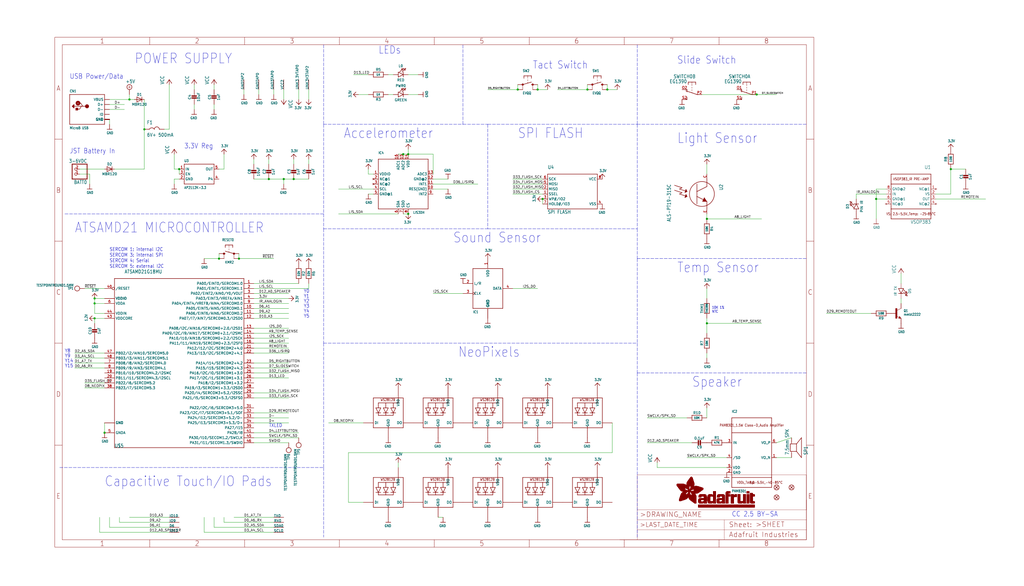
<source format=kicad_sch>
(kicad_sch (version 20211123) (generator eeschema)
  (paper "User" 522.478 299.161)
  (lib_symbols
    (symbol "eagleSchem-eagle-import:+5V" (power)
      (property "Value" "+5V" (at -1.905 3.175 0))
      (symbol "+5V_1_0"
        (pin power_in line (at 0 -2.54 90) (length 2.54) (name "+5V") (number "1"))
      )
    )
    (symbol "eagleSchem-eagle-import:1.2V" (power)
      (property "Value" "1.2V" (at -1.524 1.016 0))
      (symbol "1.2V_1_0"
        (pin power_in line (at 0 -2.54 90) (length 2.54) (name "1.2V") (number "1"))
      )
    )
    (symbol "eagleSchem-eagle-import:3.3V" (power)
      (property "Value" "3.3V" (at -1.524 1.016 0))
      (symbol "3.3V_1_0"
        (pin power_in line (at 0 -2.54 90) (length 2.54) (name "3.3V") (number "1"))
      )
    )
    (symbol "eagleSchem-eagle-import:ACCEL_LIS3DHTR"
      (property "Reference" "U" (at -12.7 15.24 0))
      (property "Value" "ACCEL_LIS3DHTR" (at 5.08 -15.24 0))
      (symbol "ACCEL_LIS3DHTR_1_0"
        (pin power_in line (at -15.24 5.08 0) (length 2.54) (name "VDDIO") (number "1"))
        (pin bidirectional line (at 15.24 -2.54 180) (length 2.54) (name "RES(GND)") (number "10"))
        (pin output line (at 15.24 0 180) (length 2.54) (name "INT1") (number "11"))
        (pin power_in line (at 15.24 2.54 180) (length 2.54) (name "GND@2") (number "12"))
        (pin input line (at 15.24 5.08 180) (length 2.54) (name "ADC3") (number "13"))
        (pin power_in line (at 2.54 15.24 270) (length 2.54) (name "VDD") (number "14"))
        (pin input line (at 0 15.24 270) (length 2.54) (name "ADC2") (number "15"))
        (pin input line (at -2.54 15.24 270) (length 2.54) (name "ADC1") (number "16"))
        (pin no_connect line (at -15.24 2.54 0) (length 2.54) (name "NC@1") (number "2"))
        (pin no_connect line (at -15.24 0 0) (length 2.54) (name "NC@2") (number "3"))
        (pin bidirectional line (at -15.24 -2.54 0) (length 2.54) (name "SCL") (number "4"))
        (pin power_in line (at -15.24 -5.08 0) (length 2.54) (name "GND@1") (number "5"))
        (pin bidirectional line (at -2.54 -15.24 90) (length 2.54) (name "SDA") (number "6"))
        (pin bidirectional line (at 0 -15.24 90) (length 2.54) (name "SDO") (number "7"))
        (pin input line (at 2.54 -15.24 90) (length 2.54) (name "CS") (number "8"))
        (pin output line (at 15.24 -5.08 180) (length 2.54) (name "INT2") (number "9"))
      )
    )
    (symbol "eagleSchem-eagle-import:ATSAMD21G_QFN"
      (property "Value" "ATSAMD21G_QFN" (at -15.24 40.64 0))
      (symbol "ATSAMD21G_QFN_1_0"
        (pin bidirectional line (at 50.8 35.56 180) (length 5.08) (name "PA00/EINT0/SERCOM1.0") (number "1"))
        (pin bidirectional line (at 50.8 22.86 180) (length 5.08) (name "PA05/EINT5/AIN5/SERCOM0.1") (number "10"))
        (pin bidirectional line (at 50.8 20.32 180) (length 5.08) (name "PA06/EINT6/AIN6/SERCOM0.2") (number "11"))
        (pin bidirectional line (at 50.8 17.78 180) (length 5.08) (name "PA07/I7/AIN7/SERCOM0.3/I2SD0") (number "12"))
        (pin bidirectional line (at 50.8 12.7 180) (length 5.08) (name "PA08/I2C/AIN16/SERCOM0+2.0/I2SD1") (number "13"))
        (pin bidirectional line (at 50.8 10.16 180) (length 5.08) (name "PA09/I2C/I9/AIN17/SERCOM0+2.1/I2SMC") (number "14"))
        (pin bidirectional line (at 50.8 7.62 180) (length 5.08) (name "PA10/I10/AIN18/SERCOM0+2.2/I2SCK") (number "15"))
        (pin bidirectional line (at 50.8 5.08 180) (length 5.08) (name "PA11/I11/AIN19/SERCOM0+2.3/I2SF0") (number "16"))
        (pin power_in line (at -25.4 27.94 0) (length 5.08) (name "VDDIO") (number "17"))
        (pin power_in line (at -25.4 -35.56 0) (length 5.08) (name "GND") (number "18"))
        (pin bidirectional line (at -25.4 -10.16 0) (length 5.08) (name "PB10/I10/SERCOM4.2/I2SMC") (number "19"))
        (pin bidirectional line (at 50.8 33.02 180) (length 5.08) (name "PA01/EINT1/SERCOM1.1") (number "2"))
        (pin bidirectional line (at -25.4 -12.7 0) (length 5.08) (name "PB11/I11/SERCOM4.3/I2SCL") (number "20"))
        (pin bidirectional line (at 50.8 2.54 180) (length 5.08) (name "PA12/I12/I2C/SERCOM2+4.0") (number "21"))
        (pin bidirectional line (at 50.8 0 180) (length 5.08) (name "PA13/I13/I2C/SERCOM2+4.1") (number "22"))
        (pin bidirectional line (at 50.8 -5.08 180) (length 5.08) (name "PA14/I14/SERCOM2+4.2") (number "23"))
        (pin bidirectional line (at 50.8 -7.62 180) (length 5.08) (name "PA15/I15/SERCOM2+4.3") (number "24"))
        (pin bidirectional line (at 50.8 -10.16 180) (length 5.08) (name "PA16/I2C/I0/SERCOM1+3.0") (number "25"))
        (pin bidirectional line (at 50.8 -12.7 180) (length 5.08) (name "PA17/I2C/I1/SERCOM1+3.1") (number "26"))
        (pin bidirectional line (at 50.8 -15.24 180) (length 5.08) (name "PA18/I2/SERCOM1+3.2") (number "27"))
        (pin bidirectional line (at 50.8 -17.78 180) (length 5.08) (name "PA19/I3/SERCOM1+3.3/I2SD0") (number "28"))
        (pin bidirectional line (at 50.8 -20.32 180) (length 5.08) (name "PA20/I4/SERCOM3+5.2/I2SSC") (number "29"))
        (pin bidirectional line (at 50.8 30.48 180) (length 5.08) (name "PA02/EINT2/AIN0/Y0/VOUT") (number "3"))
        (pin bidirectional line (at 50.8 -22.86 180) (length 5.08) (name "PA21/I5/SERCOM3+5.3/I2SFS0") (number "30"))
        (pin bidirectional line (at 50.8 -27.94 180) (length 5.08) (name "PA22/I2C/I6/SERCOM3+5.0") (number "31"))
        (pin bidirectional line (at 50.8 -30.48 180) (length 5.08) (name "PA23/I2C/I7/SERCOM3+5.1/SOF") (number "32"))
        (pin bidirectional line (at 50.8 -33.02 180) (length 5.08) (name "PA24/I12/SERCOM3+5.2/D-") (number "33"))
        (pin bidirectional line (at 50.8 -35.56 180) (length 5.08) (name "PA25/I13/SERCOM3+5.3/D+") (number "34"))
        (pin power_in line (at -25.4 -35.56 0) (length 5.08) (name "GND") (number "35"))
        (pin power_in line (at -25.4 27.94 0) (length 5.08) (name "VDDIO") (number "36"))
        (pin bidirectional line (at -25.4 -15.24 0) (length 5.08) (name "PB22/I6/SERCOM5.2") (number "37"))
        (pin bidirectional line (at -25.4 -17.78 0) (length 5.08) (name "PB23/I7/SERCOM5.3") (number "38"))
        (pin bidirectional line (at 50.8 -38.1 180) (length 5.08) (name "PA27/I15") (number "39"))
        (pin bidirectional line (at 50.8 27.94 180) (length 5.08) (name "PA03/EINT3/VREFA/AIN1") (number "4"))
        (pin bidirectional inverted (at -25.4 33.02 0) (length 5.08) (name "/RESET") (number "40"))
        (pin bidirectional line (at 50.8 -40.64 180) (length 5.08) (name "PA28/I8") (number "41"))
        (pin power_in line (at -25.4 -35.56 0) (length 5.08) (name "GND") (number "42"))
        (pin power_in line (at -25.4 17.78 0) (length 5.08) (name "VDDCORE") (number "43"))
        (pin power_in line (at -25.4 20.32 0) (length 5.08) (name "VDDIN") (number "44"))
        (pin bidirectional line (at 50.8 -43.18 180) (length 5.08) (name "PA30/I10/SECOM1.2/SWCLK") (number "45"))
        (pin bidirectional line (at 50.8 -45.72 180) (length 5.08) (name "PA31/I11/SECOM1.3/SWDIO") (number "46"))
        (pin bidirectional line (at -25.4 0 0) (length 5.08) (name "PB02/I2/AIN10/SERCOM5.0") (number "47"))
        (pin bidirectional line (at -25.4 -2.54 0) (length 5.08) (name "PB03/I3/AIN11/SERCOM5.1") (number "48"))
        (pin power_in line (at -25.4 -40.64 0) (length 5.08) (name "GNDA") (number "5"))
        (pin power_in line (at -25.4 25.4 0) (length 5.08) (name "VDDA") (number "6"))
        (pin bidirectional line (at -25.4 -5.08 0) (length 5.08) (name "PB08/I8/AIN2/SERCOM4.0") (number "7"))
        (pin bidirectional line (at -25.4 -7.62 0) (length 5.08) (name "PB09/I9/AIN3/SERCOM4.1") (number "8"))
        (pin bidirectional line (at 50.8 25.4 180) (length 5.08) (name "PA04/EINT4/VREFB/AIN4/SERCOM0.0") (number "9"))
        (pin power_in line (at -25.4 -35.56 0) (length 5.08) (name "GND") (number "THERMAL"))
      )
    )
    (symbol "eagleSchem-eagle-import:CAP_CERAMIC0603_NO"
      (property "Reference" "C" (at -2.29 1.25 90))
      (property "Value" "CAP_CERAMIC0603_NO" (at 2.3 1.25 90))
      (symbol "CAP_CERAMIC0603_NO_1_0"
        (pin passive line (at 0 5.08 270) (length 2.54) (name "1") (number "1"))
        (pin passive line (at 0 -2.54 90) (length 2.54) (name "2") (number "2"))
      )
    )
    (symbol "eagleSchem-eagle-import:CAP_CERAMIC0805-NOOUTLINE"
      (property "Reference" "C" (at -2.29 1.25 90))
      (property "Value" "CAP_CERAMIC0805-NOOUTLINE" (at 2.3 1.25 90))
      (symbol "CAP_CERAMIC0805-NOOUTLINE_1_0"
        (pin passive line (at 0 5.08 270) (length 2.54) (name "1") (number "1"))
        (pin passive line (at 0 -2.54 90) (length 2.54) (name "2") (number "2"))
      )
    )
    (symbol "eagleSchem-eagle-import:CON_JST_PH_2PIN"
      (property "Reference" "X" (at -6.35 5.715 0))
      (property "Value" "CON_JST_PH_2PIN" (at -6.35 -5.08 0))
      (symbol "CON_JST_PH_2PIN_1_0"
        (pin passive inverted (at -2.54 2.54 0) (length 2.54) (name "1") (number "1"))
        (pin passive inverted (at -2.54 0 0) (length 2.54) (name "2") (number "2"))
      )
    )
    (symbol "eagleSchem-eagle-import:DIODESOD-123"
      (property "Reference" "D" (at 0 2.54 0))
      (property "Value" "DIODESOD-123" (at 0 -2.5 0))
      (symbol "DIODESOD-123_1_0"
        (pin passive line (at -2.54 0 0) (length 2.54) (name "A") (number "A"))
        (pin passive line (at 2.54 0 180) (length 2.54) (name "C") (number "C"))
      )
    )
    (symbol "eagleSchem-eagle-import:DPDT-EG1390"
      (property "Reference" "SW" (at -8.255 -1.905 90))
      (property "Value" "DPDT-EG1390" (at -5.715 2.54 90))
      (symbol "DPDT-EG1390_1_0"
        (pin passive line (at -2.54 5.08 270) (length 2.54) (name "O") (number "O1"))
        (pin passive line (at 0 -5.08 90) (length 2.54) (name "P") (number "P1"))
        (pin passive line (at 2.54 5.08 270) (length 2.54) (name "S") (number "S1"))
      )
      (symbol "DPDT-EG1390_2_0"
        (pin passive line (at -2.54 5.08 270) (length 2.54) (name "O") (number "O2"))
        (pin passive line (at 0 -5.08 90) (length 2.54) (name "P") (number "P2"))
        (pin passive line (at 2.54 5.08 270) (length 2.54) (name "S") (number "S2"))
      )
    )
    (symbol "eagleSchem-eagle-import:FIDUCIAL_1MM")
    (symbol "eagleSchem-eagle-import:FRAME_A3_ADAFRUIT"
      (symbol "FRAME_A3_ADAFRUIT_1_0"
        (text "1" (at 24.2094 1.905 0) (effects (font (size 2.54 2.286))))
        (text "1" (at 24.2094 258.445 0) (effects (font (size 2.54 2.286))))
        (text "2" (at 72.6281 1.905 0) (effects (font (size 2.54 2.286))))
        (text "2" (at 72.6281 258.445 0) (effects (font (size 2.54 2.286))))
        (text "3" (at 121.0469 1.905 0) (effects (font (size 2.54 2.286))))
        (text "3" (at 121.0469 258.445 0) (effects (font (size 2.54 2.286))))
        (text "4" (at 169.4656 1.905 0) (effects (font (size 2.54 2.286))))
        (text "4" (at 169.4656 258.445 0) (effects (font (size 2.54 2.286))))
        (text "5" (at 217.8844 1.905 0) (effects (font (size 2.54 2.286))))
        (text "5" (at 217.8844 258.445 0) (effects (font (size 2.54 2.286))))
        (text "6" (at 266.3031 1.905 0) (effects (font (size 2.54 2.286))))
        (text "6" (at 266.3031 258.445 0) (effects (font (size 2.54 2.286))))
        (text "7" (at 314.7219 1.905 0) (effects (font (size 2.54 2.286))))
        (text "7" (at 314.7219 258.445 0) (effects (font (size 2.54 2.286))))
        (text "8" (at 363.1406 1.905 0) (effects (font (size 2.54 2.286))))
        (text "8" (at 363.1406 258.445 0) (effects (font (size 2.54 2.286))))
        (text ">DRAWING_NAME" (at 298.45 15.24 0) (effects (font (size 2.54 2.54)) (justify left bottom)))
        (text ">LAST_DATE_TIME" (at 298.45 10.16 0) (effects (font (size 2.286 2.286)) (justify left bottom)))
        (text ">SHEET" (at 357.505 10.16 0) (effects (font (size 2.54 2.54)) (justify left bottom)))
        (text "A" (at 1.905 234.315 0) (effects (font (size 2.54 2.286))))
        (text "A" (at 385.445 234.315 0) (effects (font (size 2.54 2.286))))
        (text "Adafruit Industries" (at 343.916 4.953 0) (effects (font (size 2.54 2.54)) (justify left bottom)))
        (text "B" (at 1.905 182.245 0) (effects (font (size 2.54 2.286))))
        (text "B" (at 385.445 182.245 0) (effects (font (size 2.54 2.286))))
        (text "C" (at 1.905 130.175 0) (effects (font (size 2.54 2.286))))
        (text "C" (at 385.445 130.175 0) (effects (font (size 2.54 2.286))))
        (text "D" (at 1.905 78.105 0) (effects (font (size 2.54 2.286))))
        (text "D" (at 385.445 78.105 0) (effects (font (size 2.54 2.286))))
        (text "E" (at 1.905 26.035 0) (effects (font (size 2.54 2.286))))
        (text "E" (at 385.445 26.035 0) (effects (font (size 2.54 2.286))))
        (text "Sheet:" (at 343.916 10.033 0) (effects (font (size 2.54 2.54)) (justify left bottom)))
      )
    )
    (symbol "eagleSchem-eagle-import:GND" (power)
      (property "Value" "GND" (at -1.524 -2.54 0))
      (symbol "GND_1_0"
        (pin power_in line (at 0 2.54 270) (length 2.54) (name "GND") (number "1"))
      )
    )
    (symbol "eagleSchem-eagle-import:LED0805_NOOUTLINE"
      (property "Reference" "D" (at -1.27 4.445 0))
      (property "Value" "LED0805_NOOUTLINE" (at -1.27 -2.794 0))
      (symbol "LED0805_NOOUTLINE_1_0"
        (pin passive line (at -5.08 0 0) (length 2.54) (name "A") (number "A"))
        (pin passive line (at 2.54 0 180) (length 2.54) (name "C") (number "C"))
      )
    )
    (symbol "eagleSchem-eagle-import:LED1206_NOOUTLINE"
      (property "Reference" "D" (at -1.27 4.445 0))
      (property "Value" "LED1206_NOOUTLINE" (at -1.27 -2.794 0))
      (symbol "LED1206_NOOUTLINE_1_0"
        (pin passive line (at -5.08 0 0) (length 2.54) (name "A") (number "A"))
        (pin passive line (at 2.54 0 180) (length 2.54) (name "C") (number "C"))
      )
    )
    (symbol "eagleSchem-eagle-import:LIGHT_ALS-PT19-315C"
      (property "Reference" "U" (at 8.89 5.08 90))
      (property "Value" "LIGHT_ALS-PT19-315C" (at -17.78 5.08 90))
      (symbol "LIGHT_ALS-PT19-315C_1_0"
        (pin bidirectional line (at 2.54 10.16 270) (length 2.54) (name "C") (number "C"))
        (pin bidirectional line (at 2.54 -10.16 90) (length 2.54) (name "E") (number "E"))
      )
    )
    (symbol "eagleSchem-eagle-import:MIC_PDM_SPK0415"
      (property "Reference" "IC" (at -7.62 -12.7 0))
      (symbol "MIC_PDM_SPK0415_1_0"
        (pin power_in line (at 0 15.24 270) (length 5.08) (name "VDD") (number "1"))
        (pin input line (at -12.7 2.54 0) (length 5.08) (name "L/R") (number "2"))
        (pin input clock (at -12.7 -2.54 0) (length 5.08) (name "CLK") (number "3"))
        (pin bidirectional line (at 12.7 0 180) (length 5.08) (name "DATA") (number "4"))
        (pin power_in line (at 0 -15.24 90) (length 5.08) (name "GND") (number "5"))
        (pin power_in line (at 0 -15.24 90) (length 5.08) (name "GND") (number "6"))
        (pin power_in line (at 0 -15.24 90) (length 5.08) (name "GND") (number "7"))
        (pin power_in line (at 0 -15.24 90) (length 5.08) (name "GND") (number "8"))
      )
    )
    (symbol "eagleSchem-eagle-import:PAM8301"
      (property "Reference" "IC" (at -10.16 17.78 0))
      (property "Value" "PAM8301" (at -10.16 -22.86 0))
      (symbol "PAM8301_1_0"
        (text "2.0-5.5V_-40-85°C" (at -1.27 -17.78 0) (effects (font (size 1.27 1.0795)) (justify left)))
        (text "PAM8301_1.5W Class-D_Audio Amplifier" (at 0 11.43 0) (effects (font (size 1.27 1.0795))))
        (text "VDD:_Temp:" (at -7.62 -17.78 0) (effects (font (size 1.27 1.0795)) (justify left)))
        (pin output line (at 12.7 -5.08 180) (length 2.54) (name "VO_N") (number "1"))
        (pin power_in line (at -12.7 -12.7 0) (length 2.54) (name "GND") (number "2"))
        (pin input line (at -12.7 2.54 0) (length 2.54) (name "IN") (number "3"))
        (pin input line (at -12.7 -5.08 0) (length 2.54) (name "/SD") (number "4"))
        (pin power_in line (at -12.7 -10.16 0) (length 2.54) (name "VDD") (number "5"))
        (pin output line (at 12.7 2.54 180) (length 2.54) (name "VO_P") (number "6"))
      )
    )
    (symbol "eagleSchem-eagle-import:PTCFUSE-1206"
      (property "Reference" "F" (at -3.81 5.08 0))
      (property "Value" "PTCFUSE-1206" (at -3.81 -1.27 0))
      (symbol "PTCFUSE-1206_1_0"
        (pin passive line (at -5.08 2.54 0) (length 2.54) (name "1") (number "1"))
        (pin passive line (at 5.08 2.54 180) (length 2.54) (name "2") (number "2"))
      )
    )
    (symbol "eagleSchem-eagle-import:RESISTOR_0402"
      (property "Reference" "R" (at 0 2.54 0))
      (property "Value" "RESISTOR_0402" (at 0 0 0))
      (symbol "RESISTOR_0402_1_0"
        (pin passive line (at -5.08 0 0) (length 2.54) (name "1") (number "1"))
        (pin passive line (at 5.08 0 180) (length 2.54) (name "2") (number "2"))
      )
    )
    (symbol "eagleSchem-eagle-import:RESISTOR_0603_NOOUT"
      (property "Reference" "R" (at 0 2.54 0))
      (property "Value" "RESISTOR_0603_NOOUT" (at 0 0 0))
      (symbol "RESISTOR_0603_NOOUT_1_0"
        (pin passive line (at -5.08 0 0) (length 2.54) (name "1") (number "1"))
        (pin passive line (at 5.08 0 180) (length 2.54) (name "2") (number "2"))
      )
    )
    (symbol "eagleSchem-eagle-import:SEWTAP-ALLIGATOR"
      (property "Reference" "TP" (at 0 0 0))
      (symbol "SEWTAP-ALLIGATOR_1_0"
        (pin bidirectional line (at 0 0 0) (length 5.08) (name "SEW") (number "P$1"))
      )
    )
    (symbol "eagleSchem-eagle-import:SPEAKER_7.5MM"
      (property "Reference" "SP" (at -3.81 6.35 0))
      (property "Value" "SPEAKER_7.5MM" (at -3.81 -3.175 0))
      (symbol "SPEAKER_7.5MM_1_0"
        (pin passive line (at -5.08 0 0) (length 2.54) (name "+") (number "+"))
        (pin passive line (at 5.08 0 180) (length 2.54) (name "-") (number "-"))
      )
    )
    (symbol "eagleSchem-eagle-import:SPIFLASH_SOIC8"
      (property "Reference" "U" (at -12.7 12.7 0))
      (property "Value" "SPIFLASH_SOIC8" (at -12.7 -10.16 0))
      (symbol "SPIFLASH_SOIC8_1_0"
        (pin bidirectional line (at -15.24 0 0) (length 2.54) (name "SSEL") (number "1"))
        (pin bidirectional line (at -15.24 2.54 0) (length 2.54) (name "MISO") (number "2"))
        (pin bidirectional line (at -15.24 -2.54 0) (length 2.54) (name "WP#/IO2") (number "3"))
        (pin bidirectional line (at 15.24 -5.08 180) (length 2.54) (name "VSS") (number "4"))
        (pin bidirectional line (at -15.24 5.08 0) (length 2.54) (name "MOSI") (number "5"))
        (pin bidirectional line (at -15.24 7.62 0) (length 2.54) (name "SCK") (number "6"))
        (pin bidirectional line (at -15.24 -5.08 0) (length 2.54) (name "HOLD#/IO3") (number "7"))
        (pin bidirectional line (at 15.24 7.62 180) (length 2.54) (name "VCC") (number "8"))
      )
    )
    (symbol "eagleSchem-eagle-import:SWITCH_TACT_SMT4.6X2.8"
      (property "Reference" "SW" (at -2.54 6.35 0))
      (property "Value" "SWITCH_TACT_SMT4.6X2.8" (at -2.54 -5.08 0))
      (symbol "SWITCH_TACT_SMT4.6X2.8_1_0"
        (pin passive line (at -5.08 0 0) (length 2.54) (name "P") (number "A"))
        (pin passive line (at -5.08 -2.54 0) (length 2.54) (name "P1") (number "A'"))
        (pin passive line (at 5.08 0 180) (length 2.54) (name "S") (number "B"))
        (pin passive line (at 5.08 -2.54 180) (length 2.54) (name "S1") (number "B'"))
      )
    )
    (symbol "eagleSchem-eagle-import:SWITCH_TACT_SMT_EVQQ2_SMALL"
      (property "Reference" "SW" (at -2.54 6.35 0))
      (property "Value" "SWITCH_TACT_SMT_EVQQ2_SMALL" (at -2.54 -5.08 0))
      (symbol "SWITCH_TACT_SMT_EVQQ2_SMALL_1_0"
        (pin passive line (at -5.08 0 0) (length 2.54) (name "P") (number "A"))
        (pin passive line (at -5.08 -2.54 0) (length 2.54) (name "P1") (number "A'"))
        (pin passive line (at 5.08 0 180) (length 2.54) (name "S") (number "B"))
        (pin passive line (at 5.08 -2.54 180) (length 2.54) (name "S1") (number "B'"))
      )
    )
    (symbol "eagleSchem-eagle-import:TESTPOINTROUND1.5MM"
      (property "Reference" "TP" (at 0 5.588 90))
      (property "Value" "TESTPOINTROUND1.5MM" (at 1.651 5.588 90))
      (symbol "TESTPOINTROUND1.5MM_1_0"
        (pin bidirectional line (at 0 0 90) (length 2.54) (name "P$1") (number "P$1"))
      )
    )
    (symbol "eagleSchem-eagle-import:TRANSISTOR_NPN"
      (property "Reference" "Q" (at 1.27 0.635 0))
      (property "Value" "TRANSISTOR_NPN" (at 1.27 -1.27 0))
      (symbol "TRANSISTOR_NPN_1_0"
        (pin passive line (at -5.08 0 0) (length 2.54) (name "B") (number "1"))
        (pin passive line (at 0 -5.08 90) (length 2.54) (name "E") (number "2"))
        (pin passive line (at 0 5.08 270) (length 2.54) (name "C") (number "3"))
      )
    )
    (symbol "eagleSchem-eagle-import:USB_MICRO_20329_V2"
      (property "Reference" "X" (at -10.16 8.636 0))
      (property "Value" "USB_MICRO_20329_V2" (at -10.16 -10.16 0))
      (symbol "USB_MICRO_20329_V2_1_0"
        (pin power_in line (at 10.16 -5.08 180) (length 2.54) (name "GND") (number "BASE@1"))
        (pin power_in line (at 10.16 -5.08 180) (length 2.54) (name "GND") (number "BASE@2"))
        (pin bidirectional line (at 10.16 2.54 180) (length 2.54) (name "D+") (number "D+"))
        (pin bidirectional line (at 10.16 0 180) (length 2.54) (name "D-") (number "D-"))
        (pin power_in line (at 10.16 -5.08 180) (length 2.54) (name "GND") (number "GND"))
        (pin bidirectional line (at 10.16 -2.54 180) (length 2.54) (name "ID") (number "ID"))
        (pin power_in line (at 10.16 -5.08 180) (length 2.54) (name "GND") (number "SPRT@1"))
        (pin power_in line (at 10.16 -5.08 180) (length 2.54) (name "GND") (number "SPRT@2"))
        (pin power_in line (at 10.16 -5.08 180) (length 2.54) (name "GND") (number "SPRT@3"))
        (pin power_in line (at 10.16 -5.08 180) (length 2.54) (name "GND") (number "SPRT@4"))
        (pin power_in line (at 10.16 5.08 180) (length 2.54) (name "VBUS") (number "VBUS"))
      )
    )
    (symbol "eagleSchem-eagle-import:VCC" (power)
      (property "Value" "VCC" (at -2.54 -2.54 90))
      (symbol "VCC_1_0"
        (pin power_in line (at 0 -2.54 90) (length 2.54) (name "VCC") (number "1"))
      )
    )
    (symbol "eagleSchem-eagle-import:VREG_SOT23-5"
      (property "Reference" "U" (at -7.62 6.096 0))
      (property "Value" "VREG_SOT23-5" (at -7.62 -7.62 0))
      (symbol "VREG_SOT23-5_1_0"
        (pin power_in line (at -10.16 2.54 0) (length 2.54) (name "IN") (number "1"))
        (pin power_in line (at -10.16 -2.54 0) (length 2.54) (name "GND") (number "2"))
        (pin input line (at -10.16 0 0) (length 2.54) (name "EN") (number "3"))
        (pin bidirectional line (at 10.16 -2.54 180) (length 2.54) (name "P4") (number "4"))
        (pin power_in line (at 10.16 2.54 180) (length 2.54) (name "OUT") (number "5"))
      )
    )
    (symbol "eagleSchem-eagle-import:VSOP383"
      (property "Reference" "U" (at -10.16 15.24 0))
      (property "Value" "VSOP383" (at -10.16 -12.7 0))
      (symbol "VSOP383_1_0"
        (text "VS: 2.5-5.5V_Temp: -25~85°C" (at 0 -7.62 0) (effects (font (size 1.27 1.0795))))
        (text "VSOP383_IR PRE-AMP" (at 0 10.16 0) (effects (font (size 1.27 1.0795))))
        (pin no_connect line (at -12.7 5.08 0) (length 2.54) (name "NC@1") (number "1"))
        (pin power_in line (at -12.7 2.54 0) (length 2.54) (name "VS") (number "2"))
        (pin output line (at -12.7 0 0) (length 2.54) (name "OUT") (number "3"))
        (pin no_connect line (at -12.7 -2.54 0) (length 2.54) (name "NC@2") (number "4"))
        (pin no_connect line (at 12.7 -2.54 180) (length 2.54) (name "NC@3") (number "5"))
        (pin power_in line (at 12.7 0 180) (length 2.54) (name "GND@1") (number "6"))
        (pin input line (at 12.7 2.54 180) (length 2.54) (name "IN") (number "7"))
        (pin power_in line (at 12.7 5.08 180) (length 2.54) (name "GND@2") (number "8"))
      )
    )
    (symbol "eagleSchem-eagle-import:WS2812B3535"
      (symbol "WS2812B3535_1_0"
        (text "WS2812B" (at -4.064 8.382 0) (effects (font (size 1.27 1.0795)) (justify left bottom)))
        (pin input line (at -12.7 -2.54 0) (length 5.08) (name "DI") (number "1"))
        (pin power_in line (at 5.08 15.24 270) (length 5.08) (name "VDD") (number "2"))
        (pin output line (at 12.7 -2.54 180) (length 5.08) (name "DO") (number "3"))
        (pin power_in line (at 0 -10.16 90) (length 5.08) (name "GND") (number "4"))
      )
    )
  )
  (junction (at 208.28 109.22))
  (junction (at 137.16 91.44))
  (junction (at 274.32 45.72))
  (junction (at 360.68 165.1))
  (junction (at 73.66 66.04))
  (junction (at 48.26 152.4))
  (junction (at 53.34 220.98))
  (junction (at 48.26 154.94))
  (junction (at 276.86 101.6))
  (junction (at 91.44 86.36))
  (junction (at 149.86 91.44))
  (junction (at 485.14 86.36))
  (junction (at 264.16 45.72))
  (junction (at 386.08 48.26))
  (junction (at 309.88 45.72))
  (junction (at 447.04 101.6))
  (junction (at 111.76 132.08))
  (junction (at 208.28 78.74))
  (junction (at 360.68 111.76))
  (junction (at 66.04 50.8))
  (junction (at 121.92 132.08))
  (junction (at 144.78 91.44))
  (junction (at 299.72 45.72))
  (junction (at 205.74 78.74))
  (junction (at 48.26 162.56))
  (wire (pts (xy 360.68 213.36) (xy 360.68 208.28)))
  (polyline (pts (xy 325.12 116.84) (xy 325.12 132.08)))
  (wire (pts (xy 386.08 48.26) (xy 396.24 48.26)))
  (wire (pts (xy 299.72 45.72) (xy 284.48 45.72)))
  (wire (pts (xy 144.78 91.44) (xy 137.16 91.44)))
  (wire (pts (xy 147.32 187.96) (xy 129.54 187.96)))
  (wire (pts (xy 88.9 86.36) (xy 88.9 78.74)))
  (wire (pts (xy 114.3 266.7) (xy 139.7 266.7)))
  (polyline (pts (xy 165.1 109.22) (xy 33.02 109.22)))
  (wire (pts (xy 205.74 109.22) (xy 208.28 109.22)))
  (wire (pts (xy 129.54 220.98) (xy 152.4 220.98)))
  (wire (pts (xy 236.22 149.86) (xy 220.98 149.86)))
  (wire (pts (xy 129.54 149.86) (xy 147.32 149.86)))
  (wire (pts (xy 360.68 182.88) (xy 360.68 180.34)))
  (wire (pts (xy 129.54 144.78) (xy 152.4 144.78)))
  (wire (pts (xy 60.96 266.7) (xy 86.36 266.7)))
  (wire (pts (xy 149.86 81.28) (xy 149.86 83.82)))
  (wire (pts (xy 220.98 91.44) (xy 228.6 91.44)))
  (wire (pts (xy 53.34 160.02) (xy 48.26 160.02)))
  (wire (pts (xy 55.88 50.8) (xy 66.04 50.8)))
  (wire (pts (xy 152.4 50.8) (xy 152.4 45.72)))
  (wire (pts (xy 129.54 177.8) (xy 147.32 177.8)))
  (wire (pts (xy 220.98 93.98) (xy 243.84 93.98)))
  (wire (pts (xy 129.54 180.34) (xy 147.32 180.34)))
  (wire (pts (xy 370.84 238.76) (xy 335.28 238.76)))
  (wire (pts (xy 66.04 264.16) (xy 86.36 264.16)))
  (wire (pts (xy 190.5 96.52) (xy 172.72 96.52)))
  (wire (pts (xy 53.34 198.12) (xy 43.18 198.12)))
  (wire (pts (xy 187.96 99.06) (xy 190.5 99.06)))
  (wire (pts (xy 452.12 101.6) (xy 447.04 101.6)))
  (wire (pts (xy 109.22 53.34) (xy 109.22 55.88)))
  (wire (pts (xy 53.34 152.4) (xy 48.26 152.4)))
  (wire (pts (xy 129.54 203.2) (xy 147.32 203.2)))
  (wire (pts (xy 53.34 215.9) (xy 53.34 220.98)))
  (wire (pts (xy 360.68 111.76) (xy 388.62 111.76)))
  (wire (pts (xy 360.68 88.9) (xy 360.68 83.82)))
  (wire (pts (xy 48.26 162.56) (xy 48.26 165.1)))
  (wire (pts (xy 276.86 91.44) (xy 261.62 91.44)))
  (wire (pts (xy 452.12 99.06) (xy 436.88 99.06)))
  (wire (pts (xy 147.32 167.64) (xy 129.54 167.64)))
  (wire (pts (xy 55.88 269.24) (xy 55.88 264.16)))
  (wire (pts (xy 335.28 238.76) (xy 335.28 236.22)))
  (wire (pts (xy 452.12 96.52) (xy 447.04 96.52)))
  (wire (pts (xy 299.72 43.18) (xy 299.72 45.72)))
  (wire (pts (xy 55.88 55.88) (xy 63.5 55.88)))
  (wire (pts (xy 129.54 160.02) (xy 147.32 160.02)))
  (wire (pts (xy 312.42 231.14) (xy 312.42 215.9)))
  (wire (pts (xy 223.52 264.16) (xy 226.06 264.16)))
  (wire (pts (xy 147.32 215.9) (xy 129.54 215.9)))
  (polyline (pts (xy 325.12 63.5) (xy 411.48 63.5)))
  (wire (pts (xy 220.98 96.52) (xy 228.6 96.52)))
  (wire (pts (xy 114.3 86.36) (xy 111.76 86.36)))
  (wire (pts (xy 208.28 38.1) (xy 213.36 38.1)))
  (wire (pts (xy 60.96 266.7) (xy 60.96 264.16)))
  (wire (pts (xy 132.08 48.26) (xy 132.08 45.72)))
  (wire (pts (xy 144.78 45.72) (xy 144.78 50.8)))
  (wire (pts (xy 360.68 170.18) (xy 360.68 165.1)))
  (wire (pts (xy 48.26 154.94) (xy 48.26 152.4)))
  (wire (pts (xy 129.54 200.66) (xy 147.32 200.66)))
  (polyline (pts (xy 325.12 132.08) (xy 411.48 132.08)))
  (wire (pts (xy 53.34 162.56) (xy 48.26 162.56)))
  (wire (pts (xy 121.92 129.54) (xy 121.92 132.08)))
  (polyline (pts (xy 325.12 190.5) (xy 325.12 274.32)))
  (wire (pts (xy 129.54 172.72) (xy 147.32 172.72)))
  (wire (pts (xy 129.54 152.4) (xy 147.32 152.4)))
  (wire (pts (xy 459.74 139.7) (xy 459.74 144.78)))
  (wire (pts (xy 119.38 264.16) (xy 139.7 264.16)))
  (wire (pts (xy 447.04 101.6) (xy 447.04 111.76)))
  (polyline (pts (xy 165.1 175.26) (xy 325.12 175.26)))
  (wire (pts (xy 129.54 162.56) (xy 147.32 162.56)))
  (polyline (pts (xy 325.12 63.5) (xy 325.12 116.84)))
  (wire (pts (xy 129.54 190.5) (xy 147.32 190.5)))
  (wire (pts (xy 436.88 99.06) (xy 436.88 101.6)))
  (wire (pts (xy 309.88 45.72) (xy 314.96 45.72)))
  (wire (pts (xy 129.54 213.36) (xy 147.32 213.36)))
  (wire (pts (xy 144.78 93.98) (xy 144.78 91.44)))
  (wire (pts (xy 129.54 210.82) (xy 147.32 210.82)))
  (wire (pts (xy 358.14 48.26) (xy 386.08 48.26)))
  (polyline (pts (xy 165.1 116.84) (xy 248.92 116.84)))
  (polyline (pts (xy 165.1 22.86) (xy 165.1 63.5)))
  (wire (pts (xy 88.9 91.44) (xy 91.44 91.44)))
  (wire (pts (xy 187.96 48.26) (xy 182.88 48.26)))
  (wire (pts (xy 111.76 129.54) (xy 111.76 132.08)))
  (wire (pts (xy 274.32 45.72) (xy 279.4 45.72)))
  (wire (pts (xy 360.68 111.76) (xy 360.68 109.22)))
  (wire (pts (xy 157.48 91.44) (xy 149.86 91.44)))
  (wire (pts (xy 139.7 269.24) (xy 109.22 269.24)))
  (wire (pts (xy 447.04 96.52) (xy 447.04 101.6)))
  (wire (pts (xy 187.96 88.9) (xy 187.96 86.36)))
  (polyline (pts (xy 236.22 63.5) (xy 236.22 22.86)))
  (polyline (pts (xy 248.92 63.5) (xy 325.12 63.5)))
  (wire (pts (xy 157.48 147.32) (xy 157.48 144.78)))
  (polyline (pts (xy 165.1 175.26) (xy 165.1 238.76)))
  (wire (pts (xy 50.8 271.78) (xy 50.8 264.16)))
  (wire (pts (xy 104.14 271.78) (xy 104.14 264.16)))
  (wire (pts (xy 350.52 213.36) (xy 330.2 213.36)))
  (wire (pts (xy 485.14 99.06) (xy 485.14 86.36)))
  (wire (pts (xy 109.22 269.24) (xy 109.22 264.16)))
  (wire (pts (xy 477.52 99.06) (xy 485.14 99.06)))
  (wire (pts (xy 124.46 48.26) (xy 124.46 45.72)))
  (wire (pts (xy 55.88 60.96) (xy 55.88 63.5)))
  (wire (pts (xy 114.3 266.7) (xy 114.3 264.16)))
  (polyline (pts (xy 165.1 63.5) (xy 236.22 63.5)))
  (wire (pts (xy 139.7 271.78) (xy 104.14 271.78)))
  (wire (pts (xy 73.66 66.04) (xy 73.66 86.36)))
  (wire (pts (xy 86.36 271.78) (xy 50.8 271.78)))
  (wire (pts (xy 177.8 231.14) (xy 312.42 231.14)))
  (wire (pts (xy 444.5 160.02) (xy 421.64 160.02)))
  (polyline (pts (xy 325.12 22.86) (xy 325.12 63.5)))
  (polyline (pts (xy 30.48 238.76) (xy 165.1 238.76)))
  (wire (pts (xy 45.72 88.9) (xy 45.72 93.98)))
  (wire (pts (xy 213.36 48.26) (xy 208.28 48.26)))
  (polyline (pts (xy 165.1 116.84) (xy 165.1 175.26)))
  (wire (pts (xy 86.36 269.24) (xy 55.88 269.24)))
  (wire (pts (xy 353.06 226.06) (xy 330.2 226.06)))
  (wire (pts (xy 177.8 256.54) (xy 177.8 231.14)))
  (wire (pts (xy 129.54 154.94) (xy 147.32 154.94)))
  (wire (pts (xy 147.32 175.26) (xy 129.54 175.26)))
  (wire (pts (xy 99.06 53.34) (xy 99.06 55.88)))
  (wire (pts (xy 66.04 48.26) (xy 66.04 50.8)))
  (wire (pts (xy 276.86 99.06) (xy 261.62 99.06)))
  (wire (pts (xy 187.96 38.1) (xy 180.34 38.1)))
  (wire (pts (xy 129.54 170.18) (xy 147.32 170.18)))
  (wire (pts (xy 276.86 101.6) (xy 276.86 104.14)))
  (wire (pts (xy 86.36 66.04) (xy 86.36 43.18)))
  (wire (pts (xy 86.36 66.04) (xy 83.82 66.04)))
  (wire (pts (xy 492.76 86.36) (xy 485.14 86.36)))
  (wire (pts (xy 129.54 157.48) (xy 147.32 157.48)))
  (wire (pts (xy 88.9 86.36) (xy 91.44 86.36)))
  (wire (pts (xy 139.7 132.08) (xy 121.92 132.08)))
  (wire (pts (xy 53.34 154.94) (xy 48.26 154.94)))
  (wire (pts (xy 185.42 215.9) (xy 167.64 215.9)))
  (wire (pts (xy 129.54 185.42) (xy 147.32 185.42)))
  (wire (pts (xy 91.44 88.9) (xy 91.44 86.36)))
  (wire (pts (xy 53.34 147.32) (xy 43.18 147.32)))
  (wire (pts (xy 68.58 50.8) (xy 66.04 50.8)))
  (polyline (pts (xy 325.12 132.08) (xy 325.12 175.26)))
  (wire (pts (xy 309.88 43.18) (xy 309.88 45.72)))
  (wire (pts (xy 220.98 88.9) (xy 220.98 78.74)))
  (wire (pts (xy 157.48 147.32) (xy 129.54 147.32)))
  (wire (pts (xy 261.62 93.98) (xy 276.86 93.98)))
  (wire (pts (xy 55.88 53.34) (xy 63.5 53.34)))
  (wire (pts (xy 208.28 78.74) (xy 205.74 78.74)))
  (wire (pts (xy 477.52 101.6) (xy 502.92 101.6)))
  (polyline (pts (xy 325.12 190.5) (xy 411.48 190.5)))
  (polyline (pts (xy 165.1 238.76) (xy 165.1 274.32)))
  (wire (pts (xy 73.66 50.8) (xy 73.66 66.04)))
  (wire (pts (xy 360.68 165.1) (xy 388.62 165.1)))
  (wire (pts (xy 203.2 109.22) (xy 172.72 109.22)))
  (polyline (pts (xy 248.92 116.84) (xy 325.12 116.84)))
  (wire (pts (xy 149.86 91.44) (xy 144.78 91.44)))
  (wire (pts (xy 459.74 152.4) (xy 459.74 154.94)))
  (wire (pts (xy 40.64 86.36) (xy 53.34 86.36)))
  (wire (pts (xy 137.16 81.28) (xy 137.16 83.82)))
  (wire (pts (xy 360.68 165.1) (xy 360.68 162.56)))
  (wire (pts (xy 139.7 48.26) (xy 139.7 45.72)))
  (wire (pts (xy 109.22 45.72) (xy 109.22 43.18)))
  (polyline (pts (xy 248.92 63.5) (xy 248.92 116.84)))
  (wire (pts (xy 53.34 185.42) (xy 38.1 185.42)))
  (wire (pts (xy 360.68 147.32) (xy 360.68 152.4)))
  (wire (pts (xy 99.06 43.18) (xy 99.06 45.72)))
  (polyline (pts (xy 165.1 109.22) (xy 165.1 116.84)))
  (wire (pts (xy 38.1 187.96) (xy 53.34 187.96)))
  (wire (pts (xy 88.9 91.44) (xy 88.9 93.98)))
  (wire (pts (xy 276.86 96.52) (xy 261.62 96.52)))
  (wire (pts (xy 396.24 226.06) (xy 403.86 223.52)))
  (wire (pts (xy 114.3 78.74) (xy 114.3 86.36)))
  (wire (pts (xy 198.12 38.1) (xy 200.66 38.1)))
  (wire (pts (xy 129.54 81.28) (xy 129.54 83.82)))
  (polyline (pts (xy 236.22 63.5) (xy 248.92 63.5)))
  (wire (pts (xy 396.24 233.68) (xy 403.86 233.68)))
  (wire (pts (xy 53.34 180.34) (xy 38.1 180.34)))
  (wire (pts (xy 203.2 238.76) (xy 203.2 236.22)))
  (wire (pts (xy 157.48 50.8) (xy 157.48 45.72)))
  (polyline (pts (xy 165.1 63.5) (xy 165.1 109.22)))
  (wire (pts (xy 58.42 86.36) (xy 73.66 86.36)))
  (wire (pts (xy 53.34 195.58) (xy 43.18 195.58)))
  (wire (pts (xy 53.34 182.88) (xy 38.1 182.88)))
  (wire (pts (xy 370.84 233.68) (xy 350.52 233.68)))
  (wire (pts (xy 129.54 193.04) (xy 147.32 193.04)))
  (wire (pts (xy 264.16 45.72) (xy 248.92 45.72)))
  (wire (pts (xy 40.64 88.9) (xy 45.72 88.9)))
  (wire (pts (xy 208.28 76.2) (xy 208.28 78.74)))
  (wire (pts (xy 129.54 223.52) (xy 152.4 223.52)))
  (wire (pts (xy 198.12 48.26) (xy 200.66 48.26)))
  (wire (pts (xy 220.98 78.74) (xy 208.28 78.74)))
  (wire (pts (xy 190.5 88.9) (xy 187.96 88.9)))
  (polyline (pts (xy 325.12 175.26) (xy 325.12 190.5)))
  (wire (pts (xy 205.74 78.74) (xy 203.2 78.74)))
  (wire (pts (xy 48.26 160.02) (xy 48.26 154.94)))
  (wire (pts (xy 137.16 91.44) (xy 129.54 91.44)))
  (wire (pts (xy 104.14 132.08) (xy 111.76 132.08)))
  (wire (pts (xy 274.32 43.18) (xy 274.32 45.72)))
  (wire (pts (xy 157.48 81.28) (xy 157.48 83.82)))
  (wire (pts (xy 264.16 43.18) (xy 264.16 45.72)))
  (wire (pts (xy 147.32 226.06) (xy 129.54 226.06)))
  (wire (pts (xy 185.42 256.54) (xy 177.8 256.54)))
  (wire (pts (xy 261.62 147.32) (xy 274.32 147.32)))
  (text "Y3" (at 154.94 157.48 180) (effects (font (size 1.778 1.5113)) (justify left bottom)))
  (text "Y4" (at 154.94 160.02 180) (effects (font (size 1.778 1.5113)) (justify left bottom)))
  (text "Y1" (at 154.94 152.4 180) (effects (font (size 1.778 1.5113)) (justify left bottom)))
  (text "USB Power/Data" (at 35.56 40.64 180) (effects (font (size 2.54 2.159)) (justify left bottom)))
  (text "Y8" (at 33.02 180.34 180) (effects (font (size 1.778 1.5113)) (justify left bottom)))
  (text "LEDs" (at 193.04 27.94 180) (effects (font (size 3.81 3.2385)) (justify left bottom)))
  (text "Y9" (at 33.02 182.88 180) (effects (font (size 1.778 1.5113)) (justify left bottom)))
  (text "Y14" (at 33.02 185.42 180) (effects (font (size 1.778 1.5113)) (justify left bottom)))
  (text "Speaker" (at 353.06 198.12 180) (effects (font (size 5.08 4.318)) (justify left bottom)))
  (text "NeoPixels" (at 233.68 182.88 180) (effects (font (size 5.08 4.318)) (justify left bottom)))
  (text "10K 1%\nNTC" (at 363.22 160.02 180) (effects (font (size 1.27 1.0795)) (justify left bottom)))
  (text "Y15" (at 33.02 187.96 180) (effects (font (size 1.778 1.5113)) (justify left bottom)))
  (text "Light Sensor" (at 345.44 73.66 180) (effects (font (size 5.08 4.318)) (justify left bottom)))
  (text "Sound Sensor" (at 231.14 124.46 180) (effects (font (size 5.08 4.318)) (justify left bottom)))
  (text "Y0" (at 154.94 149.86 180) (effects (font (size 1.778 1.5113)) (justify left bottom)))
  (text "Accelerometer" (at 175.26 71.12 180) (effects (font (size 5.08 4.318)) (justify left bottom)))
  (text "Y5" (at 154.94 162.56 180) (effects (font (size 1.778 1.5113)) (justify left bottom)))
  (text "SERCOM 1: internal I2C\nSERCOM 3: internal SPI\nSERCOM 4: Serial\nSERCOM 5: external I2C" (at 55.88 137.16 180) (effects (font (size 1.778 1.5113)) (justify left bottom)))
  (text "Tact Switch" (at 271.78 35.56 180) (effects (font (size 3.81 3.2385)) (justify left bottom)))
  (text "Capacitive Touch/IO Pads" (at 53.34 248.92 180) (effects (font (size 5.08 4.318)) (justify left bottom)))
  (text "Y2" (at 154.94 154.94 180) (effects (font (size 1.778 1.5113)) (justify left bottom)))
  (text "CC 2.5 BY-SA" (at 373.38 264.16 180) (effects (font (size 2.54 2.159)) (justify left bottom)))
  (text "Slide Switch" (at 345.44 33.02 180) (effects (font (size 3.81 3.2385)) (justify left bottom)))
  (text "3.3V Reg" (at 93.98 76.2 180) (effects (font (size 2.54 2.159)) (justify left bottom)))
  (text "JST Battery In" (at 35.56 78.74 180) (effects (font (size 2.54 2.159)) (justify left bottom)))
  (text "SPI FLASH" (at 264.16 71.12 180) (effects (font (size 5.08 4.318)) (justify left bottom)))
  (text "ATSAMD21 MICROCONTROLLER" (at 38.1 119.38 180) (effects (font (size 5.08 4.318)) (justify left bottom)))
  (text "TXLED" (at 137.16 218.44 180) (effects (font (size 1.778 1.5113)) (justify left bottom)))
  (text "POWER SUPPLY" (at 68.58 33.02 180) (effects (font (size 5.08 4.318)) (justify left bottom)))
  (text "Temp Sensor" (at 345.44 139.7 180) (effects (font (size 5.08 4.318)) (justify left bottom)))
  (label "D3_A4_SCL" (at 124.46 271.78 0) (effects (font (size 1.2446 1.2446))))
  (label "I2S_DO" (at 266.7 147.32 0) (effects (font (size 1.2446 1.2446))))
  (label "SWCLK/SPK_SD" (at 137.16 223.52 0) (effects (font (size 1.2446 1.2446))))
  (label "D34_FLASH_MOSI" (at 137.16 200.66 0) (effects (font (size 1.2446 1.2446))))
  (label "D5_RIGHTBUTTON" (at 248.92 45.72 0) (effects (font (size 0.889 0.889))))
  (label "D33_FLASH_SCK" (at 137.16 203.2 0) (effects (font (size 1.2446 1.2446))))
  (label "D1_A7_TX" (at 38.1 185.42 0) (effects (font (size 1.2446 1.2446))))
  (label "D36_LISIRQ" (at 231.14 93.98 0) (effects (font (size 1.2446 1.2446))))
  (label "D10_A3" (at 132.08 162.56 0) (effects (font (size 1.2446 1.2446))))
  (label "D+" (at 137.16 215.9 0) (effects (font (size 1.2446 1.2446))))
  (label "D9_A2" (at 76.2 266.7 0) (effects (font (size 1.2446 1.2446))))
  (label "I2S_SCK" (at 220.98 149.86 0) (effects (font (size 1.2446 1.2446))))
  (label "A8_LIGHT" (at 137.16 175.26 0) (effects (font (size 1.2446 1.2446))))
  (label "~{RESET}" (at 139.7 132.08 180) (effects (font (size 1.2446 1.2446))))
  (label "SWCLK/SPK_SD" (at 350.52 233.68 0) (effects (font (size 1.2446 1.2446))))
  (label "D2_A5_SDA" (at 38.1 180.34 0) (effects (font (size 1.2446 1.2446))))
  (label "D4_LEFTBUTTON" (at 284.48 45.72 0) (effects (font (size 0.889 0.889))))
  (label "LIS_SCL" (at 177.8 96.52 0) (effects (font (size 1.2446 1.2446))))
  (label "D4_LEFTBUTTON" (at 137.16 220.98 0) (effects (font (size 1.2446 1.2446))))
  (label "LIS_SDA" (at 177.8 109.22 0) (effects (font (size 1.2446 1.2446))))
  (label "D-" (at 58.42 55.88 0) (effects (font (size 1.2446 1.2446))))
  (label "D13_LED" (at 137.16 193.04 0) (effects (font (size 1.2446 1.2446))))
  (label "D7_SLIDESWITCH" (at 388.62 48.26 0) (effects (font (size 0.889 0.889))))
  (label "D35_FLASH_CS" (at 43.18 195.58 0) (effects (font (size 1.2446 1.2446))))
  (label "D8_NEOPIX" (at 170.18 215.9 0) (effects (font (size 1.2446 1.2446))))
  (label "LIS_SDA" (at 132.08 144.78 0) (effects (font (size 1.2446 1.2446))))
  (label "I2S_SCK" (at 137.16 172.72 0) (effects (font (size 1.2446 1.2446))))
  (label "D35_FLASH_CS" (at 261.62 99.06 0) (effects (font (size 1.2446 1.2446))))
  (label "D2_A5_SDA" (at 124.46 269.24 0) (effects (font (size 1.2446 1.2446))))
  (label "D13_LED" (at 180.34 38.1 0) (effects (font (size 1.2446 1.2446))))
  (label "D12_A0_SPEAKER" (at 132.08 149.86 0) (effects (font (size 1.2446 1.2446))))
  (label "D29_REMOTEOUT" (at 421.64 160.02 0) (effects (font (size 1.2446 1.2446))))
  (label "D6_A1" (at 132.08 157.48 0) (effects (font (size 1.2446 1.2446))))
  (label "A9_TEMP_SENSE" (at 137.16 170.18 0) (effects (font (size 1.2446 1.2446))))
  (label "SWCLK/SPK_SD" (at 330.2 213.36 0) (effects (font (size 1.2446 1.2446))))
  (label "REMOTEIN" (at 137.16 177.8 0) (effects (font (size 1.2446 1.2446))))
  (label "I2S_DO" (at 137.16 167.64 0) (effects (font (size 1.2446 1.2446))))
  (label "D+" (at 58.42 53.34 0) (effects (font (size 1.2446 1.2446))))
  (label "D12_A0_SPEAKER" (at 76.2 271.78 0) (effects (font (size 1.2446 1.2446))))
  (label "D6_A1" (at 76.2 269.24 0) (effects (font (size 1.2446 1.2446))))
  (label "D29_REMOTEOUT" (at 137.16 210.82 0) (effects (font (size 1.2446 1.2446))))
  (label "D5_RIGHTBUTTON" (at 137.16 185.42 0) (effects (font (size 1.2446 1.2446))))
  (label "D32_FLASH_MISO" (at 261.62 96.52 0) (effects (font (size 1.2446 1.2446))))
  (label "D34_FLASH_MOSI" (at 261.62 93.98 0) (effects (font (size 1.2446 1.2446))))
  (label "D33_FLASH_SCK" (at 261.62 91.44 0) (effects (font (size 1.2446 1.2446))))
  (label "3.3V" (at 132.08 152.4 0) (effects (font (size 1.2446 1.2446))))
  (label "IR_ANALOGIN" (at 436.88 99.06 0) (effects (font (size 1.2446 1.2446))))
  (label "~{RESET}" (at 43.18 147.32 0) (effects (font (size 1.2446 1.2446))))
  (label "D1_A7_TX" (at 124.46 264.16 0) (effects (font (size 1.2446 1.2446))))
  (label "LIS_SCL" (at 132.08 147.32 0) (effects (font (size 1.2446 1.2446))))
  (label "A9_TEMP_SENSE" (at 388.62 165.1 180) (effects (font (size 1.2446 1.2446))))
  (label "D8_NEOPIX" (at 43.18 198.12 0) (effects (font (size 1.2446 1.2446))))
  (label "D0_A6_RX" (at 38.1 187.96 0) (effects (font (size 1.2446 1.2446))))
  (label "D7_SLIDESWITCH" (at 137.16 187.96 0) (effects (font (size 1.2446 1.2446))))
  (label "IR_ANALOGIN" (at 132.08 154.94 0) (effects (font (size 1.2446 1.2446))))
  (label "D10_A3" (at 76.2 264.16 0) (effects (font (size 1.2446 1.2446))))
  (label "D36_LISIRQ" (at 137.16 180.34 0) (effects (font (size 1.2446 1.2446))))
  (label "A8_LIGHT" (at 374.65 111.76 0) (effects (font (size 1.2446 1.2446))))
  (label "REMOTEIN" (at 490.22 101.6 0) (effects (font (size 1.2446 1.2446))))
  (label "SWDIO" (at 137.16 226.06 0) (effects (font (size 1.2446 1.2446))))
  (label "D0_A6_RX" (at 124.46 266.7 0) (effects (font (size 1.2446 1.2446))))
  (label "D9_A2" (at 132.08 160.02 0) (effects (font (size 1.2446 1.2446))))
  (label "D3_A4_SCL" (at 38.1 182.88 0) (effects (font (size 1.2446 1.2446))))
  (label "D32_FLASH_MISO" (at 137.16 190.5 0) (effects (font (size 1.2446 1.2446))))
  (label "D12_A0_SPEAKER" (at 330.2 226.06 0) (effects (font (size 1.2446 1.2446))))
  (label "D-" (at 137.16 213.36 0) (effects (font (size 1.2446 1.2446))))
  (symbol (lib_id "eagleSchem-eagle-import:3.3V") (at 307.34 88.9 0) (unit 1)
    (property "Reference" "#U$31" (effects hide))
    (property "Value" "3.3V" (at 305.816 87.884 0) (effects (font (size 1.27 1.0795)) (justify left bottom)))
    (property "Footprint" "eagleSchem:" (effects hide))
  )
  (symbol (lib_id "eagleSchem-eagle-import:GND") (at 104.14 134.62 0) (unit 1)
    (property "Reference" "#GND7" (effects hide))
    (property "Value" "GND" (at 102.616 137.16 0) (effects (font (size 1.27 1.0795)) (justify left bottom)))
    (property "Footprint" "eagleSchem:" (effects hide))
  )
  (symbol (lib_id "eagleSchem-eagle-import:VCC") (at 459.74 137.16 0) (unit 1)
    (property "Reference" "#P+7" (effects hide))
    (property "Value" "VCC" (at 457.2 139.7 90) (effects (font (size 1.778 1.5113)) (justify left bottom)))
    (property "Footprint" "eagleSchem:" (effects hide))
  )
  (symbol (lib_id "eagleSchem-eagle-import:3.3V") (at 228.6 195.58 0) (unit 1)
    (property "Reference" "#U$25" (effects hide))
    (property "Value" "3.3V" (at 227.076 194.564 0) (effects (font (size 1.27 1.0795)) (justify left bottom)))
    (property "Footprint" "eagleSchem:" (effects hide))
  )
  (symbol (lib_id "eagleSchem-eagle-import:LED1206_NOOUTLINE") (at 436.88 104.14 90) (unit 1)
    (property "Reference" "D3" (at 432.435 105.41 0))
    (property "Value" "PIN IR" (at 439.674 105.41 0))
    (property "Footprint" "eagleSchem:CHIPLED_1206_NOOUTLINE" (effects hide))
  )
  (symbol (lib_id "eagleSchem-eagle-import:RESISTOR_0603_NOOUT") (at 193.04 48.26 180) (unit 1)
    (property "Reference" "R3" (at 193.04 50.8 0))
    (property "Value" "1K" (at 193.04 48.26 0) (effects (font (size 1.016 1.016) bold)))
    (property "Footprint" "eagleSchem:0603-NO" (effects hide))
  )
  (symbol (lib_id "eagleSchem-eagle-import:GND") (at 228.6 99.06 0) (unit 1)
    (property "Reference" "#GND12" (effects hide))
    (property "Value" "GND" (at 227.076 101.6 0) (effects (font (size 1.27 1.0795)) (justify left bottom)))
    (property "Footprint" "eagleSchem:" (effects hide))
  )
  (symbol (lib_id "eagleSchem-eagle-import:3.3V") (at 248.92 129.54 0) (unit 1)
    (property "Reference" "#U$14" (effects hide))
    (property "Value" "3.3V" (at 247.396 128.524 0) (effects (font (size 1.27 1.0795)) (justify left bottom)))
    (property "Footprint" "eagleSchem:" (effects hide))
  )
  (symbol (lib_id "eagleSchem-eagle-import:SPEAKER_7.5MM") (at 403.86 228.6 270) (mirror x) (unit 1)
    (property "Reference" "SP1" (at 410.21 232.41 0) (effects (font (size 1.778 1.5113)) (justify left bottom)))
    (property "Value" "7.5mm SPK" (at 400.685 232.41 0) (effects (font (size 1.778 1.5113)) (justify left bottom)))
    (property "Footprint" "eagleSchem:BUZZER_SMT_7.5MM" (effects hide))
  )
  (symbol (lib_id "eagleSchem-eagle-import:3.3V") (at 48.26 149.86 0) (unit 1)
    (property "Reference" "#U$27" (effects hide))
    (property "Value" "3.3V" (at 46.736 148.844 0) (effects (font (size 1.27 1.0795)) (justify left bottom)))
    (property "Footprint" "eagleSchem:" (effects hide))
  )
  (symbol (lib_id "eagleSchem-eagle-import:RESISTOR_0603_NOOUT") (at 360.68 116.84 270) (mirror x) (unit 1)
    (property "Reference" "R4" (at 363.22 116.84 0))
    (property "Value" "10K" (at 360.68 116.84 0) (effects (font (size 1.016 1.016) bold)))
    (property "Footprint" "eagleSchem:0603-NO" (effects hide))
  )
  (symbol (lib_id "eagleSchem-eagle-import:VREG_SOT23-5") (at 101.6 88.9 0) (unit 1)
    (property "Reference" "U3" (at 93.98 82.804 0) (effects (font (size 1.27 1.0795)) (justify left bottom)))
    (property "Value" "AP2112K-3.3" (at 93.98 96.52 0) (effects (font (size 1.27 1.0795)) (justify left bottom)))
    (property "Footprint" "eagleSchem:SOT23-5" (effects hide))
  )
  (symbol (lib_id "eagleSchem-eagle-import:3.3V") (at 203.2 233.68 0) (unit 1)
    (property "Reference" "#U$18" (effects hide))
    (property "Value" "3.3V" (at 201.676 232.664 0) (effects (font (size 1.27 1.0795)) (justify left bottom)))
    (property "Footprint" "eagleSchem:" (effects hide))
  )
  (symbol (lib_id "eagleSchem-eagle-import:3.3V") (at 228.6 236.22 0) (unit 1)
    (property "Reference" "#U$9" (effects hide))
    (property "Value" "3.3V" (at 227.076 235.204 0) (effects (font (size 1.27 1.0795)) (justify left bottom)))
    (property "Footprint" "eagleSchem:" (effects hide))
  )
  (symbol (lib_id "eagleSchem-eagle-import:GND") (at 215.9 38.1 90) (mirror x) (unit 1)
    (property "Reference" "#GND10" (effects hide))
    (property "Value" "GND" (at 218.44 36.576 0) (effects (font (size 1.27 1.0795)) (justify left bottom)))
    (property "Footprint" "eagleSchem:" (effects hide))
  )
  (symbol (lib_id "eagleSchem-eagle-import:3.3V") (at 360.68 205.74 0) (unit 1)
    (property "Reference" "#U$52" (effects hide))
    (property "Value" "3.3V" (at 359.156 204.724 0) (effects (font (size 1.27 1.0795)) (justify left bottom)))
    (property "Footprint" "eagleSchem:" (effects hide))
  )
  (symbol (lib_id "eagleSchem-eagle-import:ATSAMD21G_QFN") (at 78.74 180.34 0) (unit 1)
    (property "Reference" "U$5" (at 58.42 228.6 0) (effects (font (size 1.778 1.5113)) (justify left bottom)))
    (property "Value" "ATSAMD21G18MU" (at 63.5 139.7 0) (effects (font (size 1.778 1.5113)) (justify left bottom)))
    (property "Footprint" "eagleSchem:TQFN48_7MM" (effects hide))
  )
  (symbol (lib_id "eagleSchem-eagle-import:GND") (at 436.88 111.76 0) (unit 1)
    (property "Reference" "#GND33" (effects hide))
    (property "Value" "GND" (at 435.356 114.3 0) (effects (font (size 1.27 1.0795)) (justify left bottom)))
    (property "Footprint" "eagleSchem:" (effects hide))
  )
  (symbol (lib_id "eagleSchem-eagle-import:GND") (at 370.84 243.84 0) (mirror y) (unit 1)
    (property "Reference" "#GND8" (effects hide))
    (property "Value" "GND" (at 372.364 246.38 0) (effects (font (size 1.27 1.0795)) (justify left bottom)))
    (property "Footprint" "eagleSchem:" (effects hide))
  )
  (symbol (lib_id "eagleSchem-eagle-import:CAP_CERAMIC0603_NO") (at 149.86 88.9 0) (unit 1)
    (property "Reference" "C3" (at 147.57 87.65 90))
    (property "Value" "1uF" (at 152.16 87.65 90))
    (property "Footprint" "eagleSchem:0603-NO" (effects hide))
  )
  (symbol (lib_id "eagleSchem-eagle-import:3.3V") (at 129.54 78.74 0) (unit 1)
    (property "Reference" "#U$32" (effects hide))
    (property "Value" "3.3V" (at 128.016 77.724 0) (effects (font (size 1.27 1.0795)) (justify left bottom)))
    (property "Footprint" "eagleSchem:" (effects hide))
  )
  (symbol (lib_id "eagleSchem-eagle-import:3.3V") (at 279.4 236.22 0) (unit 1)
    (property "Reference" "#U$20" (effects hide))
    (property "Value" "3.3V" (at 277.876 235.204 0) (effects (font (size 1.27 1.0795)) (justify left bottom)))
    (property "Footprint" "eagleSchem:" (effects hide))
  )
  (symbol (lib_id "eagleSchem-eagle-import:CAP_CERAMIC0805-NOOUTLINE") (at 99.06 50.8 0) (unit 1)
    (property "Reference" "C4" (at 96.77 49.55 90))
    (property "Value" "10uF" (at 101.36 49.55 90))
    (property "Footprint" "eagleSchem:0805-NO" (effects hide))
  )
  (symbol (lib_id "eagleSchem-eagle-import:3.3V") (at 279.4 195.58 0) (unit 1)
    (property "Reference" "#U$23" (effects hide))
    (property "Value" "3.3V" (at 277.876 194.564 0) (effects (font (size 1.27 1.0795)) (justify left bottom)))
    (property "Footprint" "eagleSchem:" (effects hide))
  )
  (symbol (lib_id "eagleSchem-eagle-import:3.3V") (at 180.34 48.26 90) (unit 1)
    (property "Reference" "#U$28" (effects hide))
    (property "Value" "3.3V" (at 179.324 49.784 0) (effects (font (size 1.27 1.0795)) (justify left bottom)))
    (property "Footprint" "eagleSchem:" (effects hide))
  )
  (symbol (lib_id "eagleSchem-eagle-import:SWITCH_TACT_SMT_EVQQ2_SMALL") (at 269.24 43.18 0) (unit 1)
    (property "Reference" "SW2" (at 266.7 36.83 0) (effects (font (size 1.27 1.0795)) (justify left bottom)))
    (property "Value" "EVQQ" (at 266.7 48.26 0) (effects (font (size 1.27 1.0795)) (justify left bottom)))
    (property "Footprint" "eagleSchem:EVQ-Q2_SMALLER" (effects hide))
  )
  (symbol (lib_id "eagleSchem-eagle-import:SEWTAP-ALLIGATOR") (at 124.46 45.72 90) (unit 1)
    (property "Reference" "GNDTAP2" (at 124.46 45.72 0) (effects (justify left bottom)))
    (property "Value" "SEWTAP-ALLIGATOR" (effects hide))
    (property "Footprint" "eagleSchem:SEWALLI" (effects hide))
  )
  (symbol (lib_id "eagleSchem-eagle-import:LED0805_NOOUTLINE") (at 205.74 38.1 0) (unit 1)
    (property "Reference" "L0" (at 204.47 33.655 0))
    (property "Value" "RED" (at 204.47 40.894 0))
    (property "Footprint" "eagleSchem:CHIPLED_0805_NOOUTLINE" (effects hide))
  )
  (symbol (lib_id "eagleSchem-eagle-import:WS2812B3535") (at 198.12 213.36 0) (unit 1)
    (property "Reference" "LED6" (effects hide))
    (property "Value" "WS2812B3535" (effects hide))
    (property "Footprint" "eagleSchem:LED3535" (effects hide))
  )
  (symbol (lib_id "eagleSchem-eagle-import:SEWTAP-ALLIGATOR") (at 139.7 266.7 0) (unit 1)
    (property "Reference" "RX0" (at 139.7 266.7 0) (effects (justify left bottom)))
    (property "Value" "SEWTAP-ALLIGATOR" (effects hide))
    (property "Footprint" "eagleSchem:SEWALLI" (effects hide))
  )
  (symbol (lib_id "eagleSchem-eagle-import:3.3V") (at 157.48 53.34 180) (unit 1)
    (property "Reference" "#U$41" (effects hide))
    (property "Value" "3.3V" (at 159.004 54.356 0) (effects (font (size 1.27 1.0795)) (justify left bottom)))
    (property "Footprint" "eagleSchem:" (effects hide))
  )
  (symbol (lib_id "eagleSchem-eagle-import:3.3V") (at 152.4 53.34 180) (unit 1)
    (property "Reference" "#U$29" (effects hide))
    (property "Value" "3.3V" (at 153.924 54.356 0) (effects (font (size 1.27 1.0795)) (justify left bottom)))
    (property "Footprint" "eagleSchem:" (effects hide))
  )
  (symbol (lib_id "eagleSchem-eagle-import:GND") (at 360.68 124.46 0) (unit 1)
    (property "Reference" "#GND24" (effects hide))
    (property "Value" "GND" (at 359.156 127 0) (effects (font (size 1.27 1.0795)) (justify left bottom)))
    (property "Footprint" "eagleSchem:" (effects hide))
  )
  (symbol (lib_id "eagleSchem-eagle-import:GND") (at 198.12 226.06 0) (mirror y) (unit 1)
    (property "Reference" "#GND17" (effects hide))
    (property "Value" "GND" (at 199.644 228.6 0) (effects (font (size 1.27 1.0795)) (justify left bottom)))
    (property "Footprint" "eagleSchem:" (effects hide))
  )
  (symbol (lib_id "eagleSchem-eagle-import:WS2812B3535") (at 299.72 254 0) (unit 1)
    (property "Reference" "LED5" (effects hide))
    (property "Value" "WS2812B3535" (effects hide))
    (property "Footprint" "eagleSchem:LED3535" (effects hide))
  )
  (symbol (lib_id "eagleSchem-eagle-import:GND") (at 48.26 175.26 0) (unit 1)
    (property "Reference" "#U$47" (effects hide))
    (property "Value" "GND" (at 46.736 177.8 0) (effects (font (size 1.27 1.0795)) (justify left bottom)))
    (property "Footprint" "eagleSchem:" (effects hide))
  )
  (symbol (lib_id "eagleSchem-eagle-import:GND") (at 53.34 223.52 0) (unit 1)
    (property "Reference" "#U$8" (effects hide))
    (property "Value" "GND" (at 51.816 226.06 0) (effects (font (size 1.27 1.0795)) (justify left bottom)))
    (property "Footprint" "eagleSchem:" (effects hide))
  )
  (symbol (lib_id "eagleSchem-eagle-import:RESISTOR_0603_NOOUT") (at 360.68 175.26 90) (unit 1)
    (property "Reference" "R7" (at 358.14 175.26 0))
    (property "Value" "10K" (at 360.68 175.26 0) (effects (font (size 1.016 1.016) bold)))
    (property "Footprint" "eagleSchem:0603-NO" (effects hide))
  )
  (symbol (lib_id "eagleSchem-eagle-import:CAP_CERAMIC0603_NO") (at 157.48 88.9 0) (unit 1)
    (property "Reference" "C6" (at 155.19 87.65 90))
    (property "Value" "1uF" (at 159.78 87.65 90))
    (property "Footprint" "eagleSchem:0603-NO" (effects hide))
  )
  (symbol (lib_id "eagleSchem-eagle-import:WS2812B3535") (at 274.32 254 0) (unit 1)
    (property "Reference" "LED4" (effects hide))
    (property "Value" "WS2812B3535" (effects hide))
    (property "Footprint" "eagleSchem:LED3535" (effects hide))
  )
  (symbol (lib_id "eagleSchem-eagle-import:3.3V") (at 254 195.58 0) (unit 1)
    (property "Reference" "#U$24" (effects hide))
    (property "Value" "3.3V" (at 252.476 194.564 0) (effects (font (size 1.27 1.0795)) (justify left bottom)))
    (property "Footprint" "eagleSchem:" (effects hide))
  )
  (symbol (lib_id "eagleSchem-eagle-import:TESTPOINTROUND1.5MM") (at 43.18 147.32 90) (unit 1)
    (property "Reference" "TP1" (at 37.592 147.32 90) (effects (font (size 1.27 1.0795)) (justify left)))
    (property "Value" "TESTPOINTROUND1.5MM" (at 37.592 145.669 90) (effects (font (size 1.27 1.0795)) (justify left)))
    (property "Footprint" "eagleSchem:TESTPOINT_ROUND_1.5MM" (effects hide))
  )
  (symbol (lib_id "eagleSchem-eagle-import:CAP_CERAMIC0603_NO") (at 48.26 170.18 0) (unit 1)
    (property "Reference" "C10" (at 45.97 168.93 90))
    (property "Value" "1uF" (at 50.56 168.93 90))
    (property "Footprint" "eagleSchem:0603-NO" (effects hide))
  )
  (symbol (lib_id "eagleSchem-eagle-import:FIDUCIAL_1MM") (at 396.24 254 0) (unit 1)
    (property "Reference" "U$3" (effects hide))
    (property "Value" "FIDUCIAL_1MM" (effects hide))
    (property "Footprint" "eagleSchem:FIDUCIAL_1MM" (effects hide))
    (property "Value" "FIDUCIAL_1MM" (effects hide))
  )
  (symbol (lib_id "eagleSchem-eagle-import:SEWTAP-ALLIGATOR") (at 86.36 271.78 0) (unit 1)
    (property "Reference" "IO12" (at 86.36 271.78 0) (effects (justify left bottom)))
    (property "Value" "SEWTAP-ALLIGATOR" (effects hide))
    (property "Footprint" "eagleSchem:SEWALLI" (effects hide))
  )
  (symbol (lib_id "eagleSchem-eagle-import:SEWTAP-ALLIGATOR") (at 139.7 269.24 0) (unit 1)
    (property "Reference" "SDA0" (at 139.7 269.24 0) (effects (justify left bottom)))
    (property "Value" "SEWTAP-ALLIGATOR" (effects hide))
    (property "Footprint" "eagleSchem:SEWALLI" (effects hide))
  )
  (symbol (lib_id "eagleSchem-eagle-import:SEWTAP-ALLIGATOR") (at 139.7 271.78 0) (unit 1)
    (property "Reference" "SCL0" (at 139.7 271.78 0) (effects (justify left bottom)))
    (property "Value" "SEWTAP-ALLIGATOR" (effects hide))
    (property "Footprint" "eagleSchem:SEWALLI" (effects hide))
  )
  (symbol (lib_id "eagleSchem-eagle-import:3.3V") (at 114.3 76.2 0) (unit 1)
    (property "Reference" "#U$15" (effects hide))
    (property "Value" "3.3V" (at 112.776 75.184 0) (effects (font (size 1.27 1.0795)) (justify left bottom)))
    (property "Footprint" "eagleSchem:" (effects hide))
  )
  (symbol (lib_id "eagleSchem-eagle-import:3.3V") (at 279.4 43.18 0) (unit 1)
    (property "Reference" "#U$37" (effects hide))
    (property "Value" "3.3V" (at 277.876 42.164 0) (effects (font (size 1.27 1.0795)) (justify left bottom)))
    (property "Footprint" "eagleSchem:" (effects hide))
  )
  (symbol (lib_id "eagleSchem-eagle-import:LED1206_NOOUTLINE") (at 459.74 149.86 270) (unit 1)
    (property "Reference" "D5" (at 464.185 148.59 0))
    (property "Value" "IR TX" (at 456.946 148.59 0))
    (property "Footprint" "eagleSchem:CHIPLED_1206_NOOUTLINE" (effects hide))
  )
  (symbol (lib_id "eagleSchem-eagle-import:GND") (at 226.06 266.7 0) (mirror y) (unit 1)
    (property "Reference" "#GND31" (effects hide))
    (property "Value" "GND" (at 227.584 269.24 0) (effects (font (size 1.27 1.0795)) (justify left bottom)))
    (property "Footprint" "eagleSchem:" (effects hide))
  )
  (symbol (lib_id "eagleSchem-eagle-import:DIODESOD-123") (at 55.88 86.36 0) (unit 1)
    (property "Reference" "D2" (at 55.88 83.82 0))
    (property "Value" "MBR120" (at 55.88 88.86 0))
    (property "Footprint" "eagleSchem:SOD-123" (effects hide))
  )
  (symbol (lib_id "eagleSchem-eagle-import:WS2812B3535") (at 274.32 213.36 0) (unit 1)
    (property "Reference" "LED9" (effects hide))
    (property "Value" "WS2812B3535" (effects hide))
    (property "Footprint" "eagleSchem:LED3535" (effects hide))
  )
  (symbol (lib_id "eagleSchem-eagle-import:SWITCH_TACT_SMT_EVQQ2_SMALL") (at 304.8 43.18 0) (unit 1)
    (property "Reference" "SW1" (at 302.26 36.83 0) (effects (font (size 1.27 1.0795)) (justify left bottom)))
    (property "Value" "EVQQ" (at 302.26 48.26 0) (effects (font (size 1.27 1.0795)) (justify left bottom)))
    (property "Footprint" "eagleSchem:EVQ-Q2_SMALLER" (effects hide))
  )
  (symbol (lib_id "eagleSchem-eagle-import:GND") (at 99.06 58.42 0) (mirror y) (unit 1)
    (property "Reference" "#GND23" (effects hide))
    (property "Value" "GND" (at 100.584 60.96 0) (effects (font (size 1.27 1.0795)) (justify left bottom)))
    (property "Footprint" "eagleSchem:" (effects hide))
  )
  (symbol (lib_id "eagleSchem-eagle-import:VCC") (at 144.78 53.34 180) (unit 1)
    (property "Reference" "#P+2" (effects hide))
    (property "Value" "VCC" (at 147.32 50.8 90) (effects (font (size 1.778 1.5113)) (justify left bottom)))
    (property "Footprint" "eagleSchem:" (effects hide))
  )
  (symbol (lib_id "eagleSchem-eagle-import:CAP_CERAMIC0603_NO") (at 109.22 50.8 0) (unit 1)
    (property "Reference" "C5" (at 106.93 49.55 90))
    (property "Value" "1uF" (at 111.52 49.55 90))
    (property "Footprint" "eagleSchem:0603-NO" (effects hide))
  )
  (symbol (lib_id "eagleSchem-eagle-import:GND") (at 299.72 226.06 0) (mirror y) (unit 1)
    (property "Reference" "#GND26" (effects hide))
    (property "Value" "GND" (at 301.244 228.6 0) (effects (font (size 1.27 1.0795)) (justify left bottom)))
    (property "Footprint" "eagleSchem:" (effects hide))
  )
  (symbol (lib_id "eagleSchem-eagle-import:WS2812B3535") (at 248.92 213.36 0) (unit 1)
    (property "Reference" "LED8" (effects hide))
    (property "Value" "WS2812B3535" (effects hide))
    (property "Footprint" "eagleSchem:LED3535" (effects hide))
  )
  (symbol (lib_id "eagleSchem-eagle-import:RESISTOR_0603_NOOUT") (at 449.58 160.02 180) (unit 1)
    (property "Reference" "R9" (at 449.58 162.56 0))
    (property "Value" "100" (at 449.58 160.02 0) (effects (font (size 1.016 1.016) bold)))
    (property "Footprint" "eagleSchem:0603-NO" (effects hide))
  )
  (symbol (lib_id "eagleSchem-eagle-import:WS2812B3535") (at 248.92 254 0) (unit 1)
    (property "Reference" "LED3" (effects hide))
    (property "Value" "WS2812B3535" (effects hide))
    (property "Footprint" "eagleSchem:LED3535" (effects hide))
  )
  (symbol (lib_id "eagleSchem-eagle-import:3.3V") (at 274.32 101.6 90) (unit 1)
    (property "Reference" "#U$51" (effects hide))
    (property "Value" "3.3V" (at 273.304 103.124 0) (effects (font (size 1.27 1.0795)) (justify left bottom)))
    (property "Footprint" "eagleSchem:" (effects hide))
  )
  (symbol (lib_id "eagleSchem-eagle-import:3.3V") (at 152.4 132.08 0) (unit 1)
    (property "Reference" "#U$48" (effects hide))
    (property "Value" "3.3V" (at 150.876 131.064 0) (effects (font (size 1.27 1.0795)) (justify left bottom)))
    (property "Footprint" "eagleSchem:" (effects hide))
  )
  (symbol (lib_id "eagleSchem-eagle-import:SPIFLASH_SOIC8") (at 292.1 99.06 0) (unit 1)
    (property "Reference" "U4" (at 279.4 86.36 0) (effects (font (size 1.778 1.5113)) (justify left bottom)))
    (property "Value" "SPI FLASH" (at 279.4 109.22 0) (effects (font (size 1.778 1.5113)) (justify left bottom)))
    (property "Footprint" "eagleSchem:SOIC8_150MIL" (effects hide))
  )
  (symbol (lib_id "eagleSchem-eagle-import:+5V") (at 66.04 45.72 0) (unit 1)
    (property "Reference" "#V1" (effects hide))
    (property "Value" "+5V" (at 64.135 42.545 0) (effects (font (size 1.778 1.5113)) (justify left bottom)))
    (property "Footprint" "eagleSchem:" (effects hide))
  )
  (symbol (lib_id "eagleSchem-eagle-import:SEWTAP-ALLIGATOR") (at 157.48 45.72 90) (unit 1)
    (property "Reference" "UNK3V3TAP2" (at 157.48 45.72 0) (effects (justify left bottom)))
    (property "Value" "SEWTAP-ALLIGATOR" (effects hide))
    (property "Footprint" "eagleSchem:SEWALLI" (effects hide))
  )
  (symbol (lib_id "eagleSchem-eagle-import:GND") (at 248.92 226.06 0) (mirror y) (unit 1)
    (property "Reference" "#GND18" (effects hide))
    (property "Value" "GND" (at 250.444 228.6 0) (effects (font (size 1.27 1.0795)) (justify left bottom)))
    (property "Footprint" "eagleSchem:" (effects hide))
  )
  (symbol (lib_id "eagleSchem-eagle-import:3.3V") (at 304.8 195.58 0) (unit 1)
    (property "Reference" "#U$22" (effects hide))
    (property "Value" "3.3V" (at 303.276 194.564 0) (effects (font (size 1.27 1.0795)) (justify left bottom)))
    (property "Footprint" "eagleSchem:" (effects hide))
  )
  (symbol (lib_id "eagleSchem-eagle-import:GND") (at 347.98 53.34 0) (mirror y) (unit 1)
    (property "Reference" "#GND38" (effects hide))
    (property "Value" "GND" (at 349.504 55.88 0) (effects (font (size 1.27 1.0795)) (justify left bottom)))
    (property "Footprint" "eagleSchem:" (effects hide))
  )
  (symbol (lib_id "eagleSchem-eagle-import:GND") (at 223.52 226.06 0) (mirror y) (unit 1)
    (property "Reference" "#GND16" (effects hide))
    (property "Value" "GND" (at 225.044 228.6 0) (effects (font (size 1.27 1.0795)) (justify left bottom)))
    (property "Footprint" "eagleSchem:" (effects hide))
  )
  (symbol (lib_id "eagleSchem-eagle-import:ACCEL_LIS3DHTR") (at 205.74 93.98 0) (unit 1)
    (property "Reference" "IC4" (at 193.04 78.74 0) (effects (font (size 1.27 1.0795)) (justify left bottom)))
    (property "Value" "LIS3DH" (at 210.82 109.22 0) (effects (font (size 1.27 1.0795)) (justify left bottom)))
    (property "Footprint" "eagleSchem:LGA16_3X3MM" (effects hide))
  )
  (symbol (lib_id "eagleSchem-eagle-import:3.3V") (at 137.16 78.74 0) (unit 1)
    (property "Reference" "#U$42" (effects hide))
    (property "Value" "3.3V" (at 135.636 77.724 0) (effects (font (size 1.27 1.0795)) (justify left bottom)))
    (property "Footprint" "eagleSchem:" (effects hide))
  )
  (symbol (lib_id "eagleSchem-eagle-import:VCC") (at 86.36 40.64 0) (unit 1)
    (property "Reference" "#P+6" (effects hide))
    (property "Value" "VCC" (at 83.82 43.18 90) (effects (font (size 1.778 1.5113)) (justify left bottom)))
    (property "Footprint" "eagleSchem:" (effects hide))
  )
  (symbol (lib_id "eagleSchem-eagle-import:RESISTOR_0603_NOOUT") (at 152.4 139.7 270) (unit 1)
    (property "Reference" "R2" (at 154.94 139.7 0))
    (property "Value" "10k" (at 152.4 139.7 0) (effects (font (size 1.016 1.016) bold)))
    (property "Footprint" "eagleSchem:0603-NO" (effects hide))
  )
  (symbol (lib_id "eagleSchem-eagle-import:3.3V") (at 254 236.22 0) (unit 1)
    (property "Reference" "#U$19" (effects hide))
    (property "Value" "3.3V" (at 252.476 235.204 0) (effects (font (size 1.27 1.0795)) (justify left bottom)))
    (property "Footprint" "eagleSchem:" (effects hide))
  )
  (symbol (lib_id "eagleSchem-eagle-import:GND") (at 88.9 96.52 0) (unit 1)
    (property "Reference" "#GND4" (effects hide))
    (property "Value" "GND" (at 87.376 99.06 0) (effects (font (size 1.27 1.0795)) (justify left bottom)))
    (property "Footprint" "eagleSchem:" (effects hide))
  )
  (symbol (lib_id "eagleSchem-eagle-import:GND") (at 198.12 266.7 0) (mirror y) (unit 1)
    (property "Reference" "#GND30" (effects hide))
    (property "Value" "GND" (at 199.644 269.24 0) (effects (font (size 1.27 1.0795)) (justify left bottom)))
    (property "Footprint" "eagleSchem:" (effects hide))
  )
  (symbol (lib_id "eagleSchem-eagle-import:CAP_CERAMIC0805-NOOUTLINE") (at 129.54 88.9 0) (unit 1)
    (property "Reference" "C8" (at 127.25 87.65 90))
    (property "Value" "10uF" (at 131.84 87.65 90))
    (property "Footprint" "eagleSchem:0805-NO" (effects hide))
  )
  (symbol (lib_id "eagleSchem-eagle-import:FRAME_A3_ADAFRUIT") (at 27.94 279.4 0) (unit 1)
    (property "Reference" "#U$40" (effects hide))
    (property "Value" "FRAME_A3_ADAFRUIT" (effects hide))
    (property "Footprint" "eagleSchem:" (effects hide))
  )
  (symbol (lib_id "eagleSchem-eagle-import:TRANSISTOR_NPN") (at 459.74 160.02 0) (unit 1)
    (property "Reference" "Q1" (at 461.01 159.385 0) (effects (font (size 1.27 1.0795)) (justify left bottom)))
    (property "Value" "mmbt2222" (at 461.01 161.29 0) (effects (font (size 1.27 1.0795)) (justify left bottom)))
    (property "Footprint" "eagleSchem:SOT23-R" (effects hide))
  )
  (symbol (lib_id "eagleSchem-eagle-import:VCC") (at 109.22 40.64 0) (unit 1)
    (property "Reference" "#P+3" (effects hide))
    (property "Value" "VCC" (at 106.68 43.18 90) (effects (font (size 1.778 1.5113)) (justify left bottom)))
    (property "Footprint" "eagleSchem:" (effects hide))
  )
  (symbol (lib_id "eagleSchem-eagle-import:GND") (at 248.92 266.7 0) (mirror y) (unit 1)
    (property "Reference" "#GND29" (effects hide))
    (property "Value" "GND" (at 250.444 269.24 0) (effects (font (size 1.27 1.0795)) (justify left bottom)))
    (property "Footprint" "eagleSchem:" (effects hide))
  )
  (symbol (lib_id "eagleSchem-eagle-import:3.3V") (at 157.48 132.08 0) (unit 1)
    (property "Reference" "#U$49" (effects hide))
    (property "Value" "3.3V" (at 155.956 131.064 0) (effects (font (size 1.27 1.0795)) (justify left bottom)))
    (property "Footprint" "eagleSchem:" (effects hide))
  )
  (symbol (lib_id "eagleSchem-eagle-import:GND") (at 307.34 106.68 0) (mirror y) (unit 1)
    (property "Reference" "#GND2" (effects hide))
    (property "Value" "GND" (at 308.864 109.22 0) (effects (font (size 1.27 1.0795)) (justify left bottom)))
    (property "Footprint" "eagleSchem:" (effects hide))
  )
  (symbol (lib_id "eagleSchem-eagle-import:GND") (at 139.7 50.8 0) (unit 1)
    (property "Reference" "#GND13" (effects hide))
    (property "Value" "GND" (at 138.176 53.34 0) (effects (font (size 1.27 1.0795)) (justify left bottom)))
    (property "Footprint" "eagleSchem:" (effects hide))
  )
  (symbol (lib_id "eagleSchem-eagle-import:GND") (at 45.72 96.52 0) (unit 1)
    (property "Reference" "#GND11" (effects hide))
    (property "Value" "GND" (at 44.196 99.06 0) (effects (font (size 1.27 1.0795)) (justify left bottom)))
    (property "Footprint" "eagleSchem:" (effects hide))
  )
  (symbol (lib_id "eagleSchem-eagle-import:3.3V") (at 314.96 43.18 0) (unit 1)
    (property "Reference" "#U$36" (effects hide))
    (property "Value" "3.3V" (at 313.436 42.164 0) (effects (font (size 1.27 1.0795)) (justify left bottom)))
    (property "Footprint" "eagleSchem:" (effects hide))
  )
  (symbol (lib_id "eagleSchem-eagle-import:3.3V") (at 360.68 81.28 0) (unit 1)
    (property "Reference" "#U$13" (effects hide))
    (property "Value" "3.3V" (at 359.156 80.264 0) (effects (font (size 1.27 1.0795)) (justify left bottom)))
    (property "Footprint" "eagleSchem:" (effects hide))
  )
  (symbol (lib_id "eagleSchem-eagle-import:USB_MICRO_20329_V2") (at 45.72 55.88 0) (unit 1)
    (property "Reference" "CN1" (at 35.56 47.244 0) (effects (font (size 1.27 1.0795)) (justify left bottom)))
    (property "Value" "MicroB USB" (at 35.56 66.04 0) (effects (font (size 1.27 1.0795)) (justify left bottom)))
    (property "Footprint" "eagleSchem:4UCONN_20329_V2" (effects hide))
  )
  (symbol (lib_id "eagleSchem-eagle-import:SEWTAP-ALLIGATOR") (at 144.78 45.72 90) (unit 1)
    (property "Reference" "VCC2" (at 144.78 45.72 0) (effects (justify left bottom)))
    (property "Value" "SEWTAP-ALLIGATOR" (effects hide))
    (property "Footprint" "eagleSchem:SEWALLI" (effects hide))
  )
  (symbol (lib_id "eagleSchem-eagle-import:VCC") (at 88.9 76.2 0) (unit 1)
    (property "Reference" "#P+5" (effects hide))
    (property "Value" "VCC" (at 86.36 78.74 90) (effects (font (size 1.778 1.5113)) (justify left bottom)))
    (property "Footprint" "eagleSchem:" (effects hide))
  )
  (symbol (lib_id "eagleSchem-eagle-import:GND") (at 187.96 101.6 0) (unit 1)
    (property "Reference" "#GND5" (effects hide))
    (property "Value" "GND" (at 186.436 104.14 0) (effects (font (size 1.27 1.0795)) (justify left bottom)))
    (property "Footprint" "eagleSchem:" (effects hide))
  )
  (symbol (lib_id "eagleSchem-eagle-import:3.3V") (at 149.86 152.4 270) (unit 1)
    (property "Reference" "#U$50" (effects hide))
    (property "Value" "3.3V" (at 150.876 150.876 0) (effects (font (size 1.27 1.0795)) (justify left bottom)))
    (property "Footprint" "eagleSchem:" (effects hide))
  )
  (symbol (lib_id "eagleSchem-eagle-import:GND") (at 492.76 96.52 0) (unit 1)
    (property "Reference" "#GND32" (effects hide))
    (property "Value" "GND" (at 491.236 99.06 0) (effects (font (size 1.27 1.0795)) (justify left bottom)))
    (property "Footprint" "eagleSchem:" (effects hide))
  )
  (symbol (lib_id "eagleSchem-eagle-import:PAM8301") (at 383.54 228.6 0) (unit 1)
    (property "Reference" "IC2" (at 373.38 210.82 0) (effects (font (size 1.27 1.0795)) (justify left bottom)))
    (property "Value" "PAM8301" (at 373.38 251.46 0) (effects (font (size 1.27 1.0795)) (justify left bottom)))
    (property "Footprint" "eagleSchem:SOT23-6" (effects hide))
  )
  (symbol (lib_id "eagleSchem-eagle-import:GND") (at 144.78 96.52 0) (mirror y) (unit 1)
    (property "Reference" "#GND22" (effects hide))
    (property "Value" "GND" (at 146.304 99.06 0) (effects (font (size 1.27 1.0795)) (justify left bottom)))
    (property "Footprint" "eagleSchem:" (effects hide))
  )
  (symbol (lib_id "eagleSchem-eagle-import:GND") (at 124.46 50.8 0) (unit 1)
    (property "Reference" "#GND21" (effects hide))
    (property "Value" "GND" (at 122.936 53.34 0) (effects (font (size 1.27 1.0795)) (justify left bottom)))
    (property "Footprint" "eagleSchem:" (effects hide))
  )
  (symbol (lib_id "eagleSchem-eagle-import:3.3V") (at 149.86 78.74 0) (unit 1)
    (property "Reference" "#U$43" (effects hide))
    (property "Value" "3.3V" (at 148.336 77.724 0) (effects (font (size 1.27 1.0795)) (justify left bottom)))
    (property "Footprint" "eagleSchem:" (effects hide))
  )
  (symbol (lib_id "eagleSchem-eagle-import:GND") (at 236.22 142.24 0) (mirror x) (unit 1)
    (property "Reference" "#GND6" (effects hide))
    (property "Value" "GND" (at 234.696 139.7 0) (effects (font (size 1.27 1.0795)) (justify left bottom)))
    (property "Footprint" "eagleSchem:" (effects hide))
  )
  (symbol (lib_id "eagleSchem-eagle-import:3.3V") (at 187.96 83.82 0) (unit 1)
    (property "Reference" "#U$10" (effects hide))
    (property "Value" "3.3V" (at 186.436 82.804 0) (effects (font (size 1.27 1.0795)) (justify left bottom)))
    (property "Footprint" "eagleSchem:" (effects hide))
  )
  (symbol (lib_id "eagleSchem-eagle-import:WS2812B3535") (at 223.52 254 0) (unit 1)
    (property "Reference" "LED1" (effects hide))
    (property "Value" "WS2812B3535" (effects hide))
    (property "Footprint" "eagleSchem:LED3535" (effects hide))
  )
  (symbol (lib_id "eagleSchem-eagle-import:GND") (at 375.92 53.34 0) (mirror y) (unit 1)
    (property "Reference" "#GND37" (effects hide))
    (property "Value" "GND" (at 377.444 55.88 0) (effects (font (size 1.27 1.0795)) (justify left bottom)))
    (property "Footprint" "eagleSchem:" (effects hide))
  )
  (symbol (lib_id "eagleSchem-eagle-import:RESISTOR_0603_NOOUT") (at 365.76 226.06 0) (unit 1)
    (property "Reference" "R1" (at 365.76 223.52 0))
    (property "Value" "47K" (at 365.76 226.06 0) (effects (font (size 1.016 1.016) bold)))
    (property "Footprint" "eagleSchem:0603-NO" (effects hide))
  )
  (symbol (lib_id "eagleSchem-eagle-import:GND") (at 215.9 48.26 90) (unit 1)
    (property "Reference" "#GND9" (effects hide))
    (property "Value" "GND" (at 218.44 49.784 0) (effects (font (size 1.27 1.0795)) (justify left bottom)))
    (property "Footprint" "eagleSchem:" (effects hide))
  )
  (symbol (lib_id "eagleSchem-eagle-import:3.3V") (at 304.8 236.22 0) (unit 1)
    (property "Reference" "#U$21" (effects hide))
    (property "Value" "3.3V" (at 303.276 235.204 0) (effects (font (size 1.27 1.0795)) (justify left bottom)))
    (property "Footprint" "eagleSchem:" (effects hide))
  )
  (symbol (lib_id "eagleSchem-eagle-import:GND") (at 248.92 165.1 0) (mirror y) (unit 1)
    (property "Reference" "#GND3" (effects hide))
    (property "Value" "GND" (at 250.444 167.64 0) (effects (font (size 1.27 1.0795)) (justify left bottom)))
    (property "Footprint" "eagleSchem:" (effects hide))
  )
  (symbol (lib_id "eagleSchem-eagle-import:3.3V") (at 485.14 73.66 0) (unit 1)
    (property "Reference" "#U$44" (effects hide))
    (property "Value" "3.3V" (at 483.616 72.644 0) (effects (font (size 1.27 1.0795)) (justify left bottom)))
    (property "Footprint" "eagleSchem:" (effects hide))
  )
  (symbol (lib_id "eagleSchem-eagle-import:WS2812B3535") (at 198.12 254 0) (unit 1)
    (property "Reference" "LED2" (effects hide))
    (property "Value" "WS2812B3535" (effects hide))
    (property "Footprint" "eagleSchem:LED3535" (effects hide))
  )
  (symbol (lib_id "eagleSchem-eagle-import:SEWTAP-ALLIGATOR") (at 86.36 269.24 0) (unit 1)
    (property "Reference" "D6" (at 86.36 269.24 0) (effects (justify left bottom)))
    (property "Value" "SEWTAP-ALLIGATOR" (effects hide))
    (property "Footprint" "eagleSchem:SEWALLI" (effects hide))
  )
  (symbol (lib_id "eagleSchem-eagle-import:SWITCH_TACT_SMT4.6X2.8") (at 116.84 129.54 0) (mirror y) (unit 1)
    (property "Reference" "RESET0" (at 119.38 123.19 0) (effects (font (size 1.27 1.0795)) (justify left bottom)))
    (property "Value" "KMR2" (at 119.38 134.62 0) (effects (font (size 1.27 1.0795)) (justify left bottom)))
    (property "Footprint" "eagleSchem:BTN_KMR2_4.6X2.8" (effects hide))
  )
  (symbol (lib_id "eagleSchem-eagle-import:LED0805_NOOUTLINE") (at 205.74 48.26 0) (unit 1)
    (property "Reference" "PWR0" (at 204.47 43.815 0))
    (property "Value" "GREEN" (at 204.47 51.054 0))
    (property "Footprint" "eagleSchem:CHIPLED_0805_NOOUTLINE" (effects hide))
  )
  (symbol (lib_id "eagleSchem-eagle-import:CON_JST_PH_2PIN") (at 38.1 86.36 180) (unit 1)
    (property "Reference" "BATT0" (at 44.45 92.075 0) (effects (font (size 1.778 1.5113)) (justify left bottom)))
    (property "Value" "3-6VDC" (at 44.45 81.28 0) (effects (font (size 1.778 1.5113)) (justify left bottom)))
    (property "Footprint" "eagleSchem:JSTPH2" (effects hide))
  )
  (symbol (lib_id "eagleSchem-eagle-import:FIDUCIAL_1MM") (at 396.24 248.92 0) (unit 1)
    (property "Reference" "U$2" (effects hide))
    (property "Value" "FIDUCIAL_1MM" (effects hide))
    (property "Footprint" "eagleSchem:FIDUCIAL_1MM" (effects hide))
  )
  (symbol (lib_id "eagleSchem-eagle-import:TESTPOINTROUND1.5MM") (at 152.4 223.52 180) (unit 1)
    (property "Reference" "TP5" (at 152.4 229.108 90) (effects (font (size 1.27 1.0795)) (justify left)))
    (property "Value" "TESTPOINTROUND1.5MM" (at 150.749 229.108 90) (effects (font (size 1.27 1.0795)) (justify left)))
    (property "Footprint" "eagleSchem:TESTPOINT_ROUND_1.5MM" (effects hide))
  )
  (symbol (lib_id "eagleSchem-eagle-import:SEWTAP-ALLIGATOR") (at 152.4 45.72 90) (unit 1)
    (property "Reference" "UNK3.3VTAP0" (at 152.4 45.72 0) (effects (justify left bottom)))
    (property "Value" "SEWTAP-ALLIGATOR" (effects hide))
    (property "Footprint" "eagleSchem:SEWALLI" (effects hide))
  )
  (symbol (lib_id "eagleSchem-eagle-import:VCC") (at 335.28 233.68 0) (unit 1)
    (property "Reference" "#P+4" (effects hide))
    (property "Value" "VCC" (at 332.74 236.22 90) (effects (font (size 1.778 1.5113)) (justify left bottom)))
    (property "Footprint" "eagleSchem:" (effects hide))
  )
  (symbol (lib_id "eagleSchem-eagle-import:3.3V") (at 208.28 73.66 0) (unit 1)
    (property "Reference" "#U$11" (effects hide))
    (property "Value" "3.3V" (at 206.756 72.644 0) (effects (font (size 1.27 1.0795)) (justify left bottom)))
    (property "Footprint" "eagleSchem:" (effects hide))
  )
  (symbol (lib_id "eagleSchem-eagle-import:SEWTAP-ALLIGATOR") (at 139.7 264.16 0) (unit 1)
    (property "Reference" "TX0" (at 139.7 264.16 0) (effects (justify left bottom)))
    (property "Value" "SEWTAP-ALLIGATOR" (effects hide))
    (property "Footprint" "eagleSchem:SEWALLI" (effects hide))
  )
  (symbol (lib_id "eagleSchem-eagle-import:RESISTOR_0603_NOOUT") (at 485.14 81.28 90) (unit 1)
    (property "Reference" "R8" (at 482.6 81.28 0))
    (property "Value" "100" (at 485.14 81.28 0) (effects (font (size 1.016 1.016) bold)))
    (property "Footprint" "eagleSchem:0603-NO" (effects hide))
  )
  (symbol (lib_id "eagleSchem-eagle-import:3.3V") (at 157.48 78.74 0) (unit 1)
    (property "Reference" "#U$12" (effects hide))
    (property "Value" "3.3V" (at 155.956 77.724 0) (effects (font (size 1.27 1.0795)) (justify left bottom)))
    (property "Footprint" "eagleSchem:" (effects hide))
  )
  (symbol (lib_id "eagleSchem-eagle-import:TESTPOINTROUND1.5MM") (at 147.32 226.06 180) (unit 1)
    (property "Reference" "TP6" (at 147.32 231.648 90) (effects (font (size 1.27 1.0795)) (justify left)))
    (property "Value" "TESTPOINTROUND1.5MM" (at 145.669 231.648 90) (effects (font (size 1.27 1.0795)) (justify left)))
    (property "Footprint" "eagleSchem:TESTPOINT_ROUND_1.5MM" (effects hide))
  )
  (symbol (lib_id "eagleSchem-eagle-import:PTCFUSE-1206") (at 78.74 68.58 0) (unit 1)
    (property "Reference" "F1" (at 74.93 63.5 0) (effects (font (size 1.778 1.5113)) (justify left bottom)))
    (property "Value" "6V+ 500mA" (at 74.93 69.85 0) (effects (font (size 1.778 1.5113)) (justify left bottom)))
    (property "Footprint" "eagleSchem:R1206" (effects hide))
  )
  (symbol (lib_id "eagleSchem-eagle-import:GND") (at 55.88 66.04 0) (unit 1)
    (property "Reference" "#GND1" (effects hide))
    (property "Value" "GND" (at 54.356 68.58 0) (effects (font (size 1.27 1.0795)) (justify left bottom)))
    (property "Footprint" "eagleSchem:" (effects hide))
  )
  (symbol (lib_id "eagleSchem-eagle-import:SEWTAP-ALLIGATOR") (at 86.36 264.16 0) (unit 1)
    (property "Reference" "IO10" (at 86.36 264.16 0) (effects (justify left bottom)))
    (property "Value" "SEWTAP-ALLIGATOR" (effects hide))
    (property "Footprint" "eagleSchem:SEWALLI" (effects hide))
  )
  (symbol (lib_id "eagleSchem-eagle-import:GND") (at 459.74 167.64 0) (unit 1)
    (property "Reference" "#GND35" (effects hide))
    (property "Value" "GND" (at 458.216 170.18 0) (effects (font (size 1.27 1.0795)) (justify left bottom)))
    (property "Footprint" "eagleSchem:" (effects hide))
  )
  (symbol (lib_id "eagleSchem-eagle-import:3.3V") (at 208.28 111.76 180) (unit 1)
    (property "Reference" "#U$39" (effects hide))
    (property "Value" "3.3V" (at 209.804 112.776 0) (effects (font (size 1.27 1.0795)) (justify left bottom)))
    (property "Footprint" "eagleSchem:" (effects hide))
  )
  (symbol (lib_id "eagleSchem-eagle-import:RESISTOR_0402") (at 360.68 157.48 90) (unit 1)
    (property "Reference" "THM1" (at 358.14 157.48 0))
    (property "Value" "THERM" (at 360.68 157.48 0) (effects (font (size 1.016 1.016) bold)))
    (property "Footprint" "eagleSchem:_0402" (effects hide))
  )
  (symbol (lib_id "eagleSchem-eagle-import:RESISTOR_0603_NOOUT") (at 193.04 38.1 0) (unit 1)
    (property "Reference" "R5" (at 193.04 35.56 0))
    (property "Value" "1K" (at 193.04 38.1 0) (effects (font (size 1.016 1.016) bold)))
    (property "Footprint" "eagleSchem:0603-NO" (effects hide))
  )
  (symbol (lib_id "eagleSchem-eagle-import:GND") (at 360.68 185.42 0) (unit 1)
    (property "Reference" "#GND20" (effects hide))
    (property "Value" "GND" (at 359.156 187.96 0) (effects (font (size 1.27 1.0795)) (justify left bottom)))
    (property "Footprint" "eagleSchem:" (effects hide))
  )
  (symbol (lib_id "eagleSchem-eagle-import:DIODESOD-123") (at 71.12 50.8 0) (unit 1)
    (property "Reference" "D1" (at 71.12 48.26 0))
    (property "Value" "MBR120" (at 71.12 53.3 0))
    (property "Footprint" "eagleSchem:SOD-123" (effects hide))
  )
  (symbol (lib_id "eagleSchem-eagle-import:SEWTAP-ALLIGATOR") (at 86.36 266.7 0) (unit 1)
    (property "Reference" "IO9" (at 86.36 266.7 0) (effects (justify left bottom)))
    (property "Value" "SEWTAP-ALLIGATOR" (effects hide))
    (property "Footprint" "eagleSchem:SEWALLI" (effects hide))
  )
  (symbol (lib_id "eagleSchem-eagle-import:1.2V") (at 45.72 162.56 90) (unit 1)
    (property "Reference" "#U$17" (effects hide))
    (property "Value" "1.2V" (at 44.704 164.084 0) (effects (font (size 1.27 1.0795)) (justify left bottom)))
    (property "Footprint" "eagleSchem:" (effects hide))
  )
  (symbol (lib_id "eagleSchem-eagle-import:GND") (at 274.32 266.7 0) (mirror y) (unit 1)
    (property "Reference" "#GND28" (effects hide))
    (property "Value" "GND" (at 275.844 269.24 0) (effects (font (size 1.27 1.0795)) (justify left bottom)))
    (property "Footprint" "eagleSchem:" (effects hide))
  )
  (symbol (lib_id "eagleSchem-eagle-import:CAP_CERAMIC0603_NO") (at 492.76 91.44 0) (unit 1)
    (property "Reference" "C1" (at 490.47 90.19 90))
    (property "Value" "1uF" (at 495.06 90.19 90))
    (property "Footprint" "eagleSchem:0603-NO" (effects hide))
  )
  (symbol (lib_id "eagleSchem-eagle-import:WS2812B3535") (at 299.72 213.36 0) (unit 1)
    (property "Reference" "LED10" (effects hide))
    (property "Value" "WS2812B3535" (effects hide))
    (property "Footprint" "eagleSchem:LED3535" (effects hide))
  )
  (symbol (lib_id "eagleSchem-eagle-import:GND") (at 274.32 226.06 0) (mirror y) (unit 1)
    (property "Reference" "#GND19" (effects hide))
    (property "Value" "GND" (at 275.844 228.6 0) (effects (font (size 1.27 1.0795)) (justify left bottom)))
    (property "Footprint" "eagleSchem:" (effects hide))
  )
  (symbol (lib_id "eagleSchem-eagle-import:RESISTOR_0603_NOOUT") (at 157.48 139.7 270) (unit 1)
    (property "Reference" "R6" (at 160.02 139.7 0))
    (property "Value" "10k" (at 157.48 139.7 0) (effects (font (size 1.016 1.016) bold)))
    (property "Footprint" "eagleSchem:0603-NO" (effects hide))
  )
  (symbol (lib_id "eagleSchem-eagle-import:MIC_PDM_SPK0415") (at 248.92 147.32 0) (unit 1)
    (property "Reference" "IC1" (at 241.3 160.02 0) (effects (font (size 1.27 1.0795)) (justify left bottom)))
    (property "Value" "MIC_PDM" (effects hide))
    (property "Footprint" "eagleSchem:SPK0415HM4H" (effects hide))
  )
  (symbol (lib_id "eagleSchem-eagle-import:DPDT-EG1390") (at 353.06 48.26 90) (mirror x) (unit 2)
    (property "Reference" "SWITCH0" (at 354.965 40.005 90) (effects (font (size 1.778 1.5113)) (justify left bottom)))
    (property "Value" "EG1390" (at 350.52 42.545 90) (effects (font (size 1.778 1.5113)) (justify left bottom)))
    (property "Footprint" "eagleSchem:EG1390" (effects hide))
  )
  (symbol (lib_id "eagleSchem-eagle-import:WS2812B3535") (at 223.52 213.36 0) (unit 1)
    (property "Reference" "LED7" (effects hide))
    (property "Value" "WS2812B3535" (effects hide))
    (property "Footprint" "eagleSchem:LED3535" (effects hide))
  )
  (symbol (lib_id "eagleSchem-eagle-import:GND") (at 228.6 88.9 180) (unit 1)
    (property "Reference" "#GND15" (effects hide))
    (property "Value" "GND" (at 230.124 86.36 0) (effects (font (size 1.27 1.0795)) (justify left bottom)))
    (property "Footprint" "eagleSchem:" (effects hide))
  )
  (symbol (lib_id "eagleSchem-eagle-import:3.3V") (at 360.68 144.78 0) (unit 1)
    (property "Reference" "#U$30" (effects hide))
    (property "Value" "3.3V" (at 359.156 143.764 0) (effects (font (size 1.27 1.0795)) (justify left bottom)))
    (property "Footprint" "eagleSchem:" (effects hide))
  )
  (symbol (lib_id "eagleSchem-eagle-import:VSOP383") (at 464.82 101.6 0) (mirror y) (unit 1)
    (property "Reference" "U1" (at 474.98 86.36 0) (effects (font (size 1.778 1.5113)) (justify left bottom)))
    (property "Value" "VSOP383" (at 474.98 114.3 0) (effects (font (size 1.778 1.5113)) (justify left bottom)))
    (property "Footprint" "eagleSchem:VSOP383" (effects hide))
  )
  (symbol (lib_id "eagleSchem-eagle-import:DPDT-EG1390") (at 381 48.26 90) (mirror x) (unit 1)
    (property "Reference" "SWITCH0" (at 382.905 40.005 90) (effects (font (size 1.778 1.5113)) (justify left bottom)))
    (property "Value" "EG1390" (at 378.46 42.545 90) (effects (font (size 1.778 1.5113)) (justify left bottom)))
    (property "Footprint" "eagleSchem:EG1390" (effects hide))
  )
  (symbol (lib_id "eagleSchem-eagle-import:GND") (at 109.22 58.42 0) (mirror y) (unit 1)
    (property "Reference" "#GND34" (effects hide))
    (property "Value" "GND" (at 110.744 60.96 0) (effects (font (size 1.27 1.0795)) (justify left bottom)))
    (property "Footprint" "eagleSchem:" (effects hide))
  )
  (symbol (lib_id "eagleSchem-eagle-import:FIDUCIAL_1MM") (at 403.86 248.92 0) (unit 1)
    (property "Reference" "U$6" (effects hide))
    (property "Value" "FIDUCIAL_1MM" (effects hide))
    (property "Footprint" "eagleSchem:FIDUCIAL_1MM" (effects hide))
  )
  (symbol (lib_id "eagleSchem-eagle-import:SEWTAP-ALLIGATOR") (at 132.08 45.72 90) (unit 1)
    (property "Reference" "GNDTAP0" (at 132.08 45.72 0) (effects (justify left bottom)))
    (property "Value" "SEWTAP-ALLIGATOR" (effects hide))
    (property "Footprint" "eagleSchem:SEWALLI" (effects hide))
  )
  (symbol (lib_id "eagleSchem-eagle-import:CAP_CERAMIC0603_NO") (at 358.14 226.06 90) (unit 1)
    (property "Reference" "C9" (at 356.89 228.35 90))
    (property "Value" "0.1uF" (at 356.89 223.76 90))
    (property "Footprint" "eagleSchem:0603-NO" (effects hide))
  )
  (symbol (lib_id "eagleSchem-eagle-import:GND") (at 299.72 266.7 0) (mirror y) (unit 1)
    (property "Reference" "#GND27" (effects hide))
    (property "Value" "GND" (at 301.244 269.24 0) (effects (font (size 1.27 1.0795)) (justify left bottom)))
    (property "Footprint" "eagleSchem:" (effects hide))
  )
  (symbol (lib_id "eagleSchem-eagle-import:GND") (at 132.08 50.8 0) (unit 1)
    (property "Reference" "#GND14" (effects hide))
    (property "Value" "GND" (at 130.556 53.34 0) (effects (font (size 1.27 1.0795)) (justify left bottom)))
    (property "Footprint" "eagleSchem:" (effects hide))
  )
  (symbol (lib_id "eagleSchem-eagle-import:RESISTOR_0603_NOOUT") (at 355.6 213.36 0) (unit 1)
    (property "Reference" "R10" (at 355.6 210.82 0))
    (property "Value" "10K" (at 355.6 213.36 0) (effects (font (size 1.016 1.016) bold)))
    (property "Footprint" "eagleSchem:0603-NO" (effects hide))
  )
  (symbol (lib_id "eagleSchem-eagle-import:SEWTAP-ALLIGATOR") (at 139.7 45.72 90) (unit 1)
    (property "Reference" "GND3TAP0" (at 139.7 45.72 0) (effects (justify left bottom)))
    (property "Value" "SEWTAP-ALLIGATOR" (effects hide))
    (property "Footprint" "eagleSchem:SEWALLI" (effects hide))
  )
  (symbol (lib_id "eagleSchem-eagle-import:CAP_CERAMIC0603_NO") (at 137.16 88.9 0) (unit 1)
    (property "Reference" "C2" (at 134.87 87.65 90))
    (property "Value" "1uF" (at 139.46 87.65 90))
    (property "Footprint" "eagleSchem:0603-NO" (effects hide))
  )
  (symbol (lib_id "eagleSchem-eagle-import:LIGHT_ALS-PT19-315C") (at 358.14 99.06 0) (unit 1)
    (property "Reference" "U2" (at 367.03 93.98 90) (effects (font (size 1.778 1.5113)) (justify right top)))
    (property "Value" "ALS-PT19-315C" (at 340.36 93.98 90) (effects (font (size 1.778 1.5113)) (justify right top)))
    (property "Footprint" "eagleSchem:ALS-PT19-315C" (effects hide))
  )
  (symbol (lib_id "eagleSchem-eagle-import:GND") (at 447.04 114.3 0) (unit 1)
    (property "Reference" "#GND25" (effects hide))
    (property "Value" "GND" (at 445.516 116.84 0) (effects (font (size 1.27 1.0795)) (justify left bottom)))
    (property "Footprint" "eagleSchem:" (effects hide))
  )
  (symbol (lib_id "eagleSchem-eagle-import:VCC") (at 99.06 40.64 0) (unit 1)
    (property "Reference" "#P+1" (effects hide))
    (property "Value" "VCC" (at 96.52 43.18 90) (effects (font (size 1.778 1.5113)) (justify left bottom)))
    (property "Footprint" "eagleSchem:" (effects hide))
  )
  (symbol (lib_id "eagleSchem-eagle-import:3.3V") (at 203.2 195.58 0) (unit 1)
    (property "Reference" "#U$26" (effects hide))
    (property "Value" "3.3V" (at 201.676 194.564 0) (effects (font (size 1.27 1.0795)) (justify left bottom)))
    (property "Footprint" "eagleSchem:" (effects hide))
  )
)
</source>
